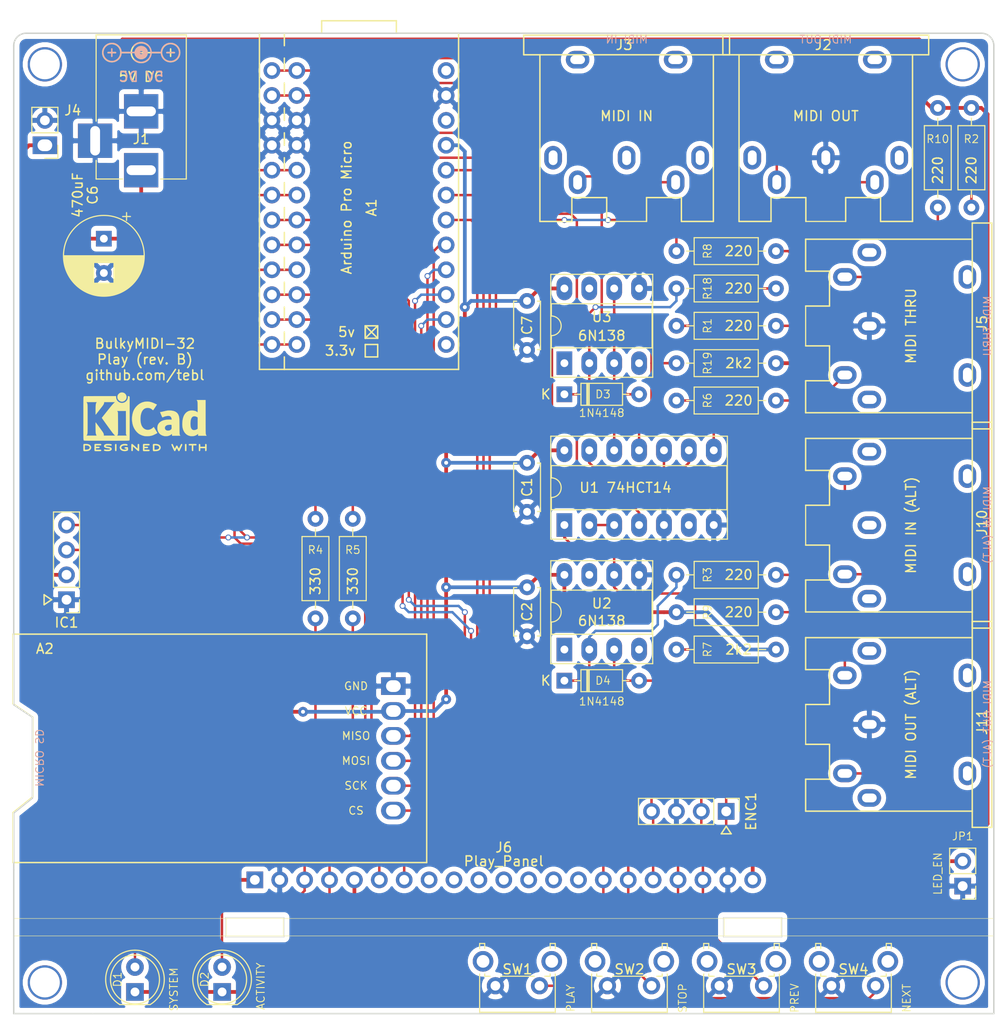
<source format=kicad_pcb>
(kicad_pcb (version 20171130) (host pcbnew "(5.1.8)-1")
  (layers (0 F.Cu signal) (31 B.Cu signal) (34 B.Paste user) (35 F.Paste user) (36 B.SilkS user) (37 F.SilkS user) (38 B.Mask user) (39 F.Mask user) (44 Edge.Cuts user))
  (net 0 "")
  (net 1 GND)
  (net 2 +5V)
  (net 3 "Net-(J2-Pad5)")
  (net 4 "Net-(J2-Pad4)")
  (net 5 "Net-(J5-Pad5)")
  (net 6 "Net-(J5-Pad4)")
  (net 7 "Net-(J10-Pad4)")
  (net 8 "Net-(J11-Pad5)")
  (net 9 "Net-(J11-Pad4)")
  (net 10 MIDI_OUT)
  (net 11 "Net-(R7-Pad2)")
  (net 12 "Net-(D3-Pad1)")
  (net 13 "Net-(D3-Pad2)")
  (net 14 "Net-(J3-Pad4)")
  (net 15 "Net-(R19-Pad2)")
  (net 16 "Net-(U1-Pad10)")
  (net 17 MIDI_IN)
  (net 18 "Net-(D4-Pad2)")
  (net 19 "Net-(A1-Pad12)")
  (net 20 /STOP)
  (net 21 /PLAY)
  (net 22 "Net-(A1-Pad9)")
  (net 23 MIDI_IN2)
  (net 24 MIDI_OUT2)
  (net 25 /SCL)
  (net 26 /SDA)
  (net 27 /MOSI)
  (net 28 /MISO)
  (net 29 /SCK)
  (net 30 /CS_SD)
  (net 31 /RE_BTN)
  (net 32 /RE_CLK)
  (net 33 /RE_DAT)
  (net 34 /SYS)
  (net 35 /COM)
  (net 36 /ACT)
  (net 37 "Net-(D4-Pad1)")
  (net 38 MIDI_THRU)
  (net 39 "Net-(U1-Pad2)")
  (module resistor:R_Axial_DIN0207_L6.3mm_D2.5mm_P10.16mm_Horizontal (layer F.Cu) (at 147.955 84.455 180)
    (fp_text reference R1 (at 6.985 0 90) (layer F.SilkS) (effects (font (size 0.8 0.8) (thickness 0.1))))
    (fp_text value 220 (at 3.81 0) (layer F.SilkS))
    (pad 2 thru_hole oval (at 10.16 0 180) (size 1.6 1.6) (drill 0.8) (layers *.Cu *.Mask) (net 10 MIDI_OUT))
    (pad 1 thru_hole circle (at 0 0 180) (size 1.6 1.6) (drill 0.8) (layers *.Cu *.Mask) (net 3 "Net-(J2-Pad5)"))
  )
  (module resistor:R_Axial_DIN0207_L6.3mm_D2.5mm_P10.16mm_Horizontal (layer F.Cu) (at 167.894 62.23 270)
    (fp_text reference R2 (at 3.175 0) (layer F.SilkS) (effects (font (size 0.8 0.8) (thickness 0.1))))
    (fp_text value 220 (at 6.35 0 90) (layer F.SilkS))
    (pad 2 thru_hole oval (at 10.16 0 270) (size 1.6 1.6) (drill 0.8) (layers *.Cu *.Mask) (net 4 "Net-(J2-Pad4)"))
    (pad 1 thru_hole circle (at 0 0 270) (size 1.6 1.6) (drill 0.8) (layers *.Cu *.Mask) (net 2 +5V))
  )
  (module resistor:R_Axial_DIN0207_L6.3mm_D2.5mm_P10.16mm_Horizontal (layer F.Cu) (at 137.795 109.855)
    (fp_text reference R3 (at 3.175 0 90) (layer F.SilkS) (effects (font (size 0.8 0.8) (thickness 0.1))))
    (fp_text value 220 (at 6.35 0) (layer F.SilkS))
    (pad 2 thru_hole oval (at 10.16 0) (size 1.6 1.6) (drill 0.8) (layers *.Cu *.Mask) (net 7 "Net-(J10-Pad4)"))
    (pad 1 thru_hole circle (at 0 0) (size 1.6 1.6) (drill 0.8) (layers *.Cu *.Mask) (net 37 "Net-(D4-Pad1)"))
  )
  (module resistor:R_Axial_DIN0207_L6.3mm_D2.5mm_P10.16mm_Horizontal (layer F.Cu) (at 100.965 104.14 270)
    (fp_text reference R4 (at 3.175 0) (layer F.SilkS) (effects (font (size 0.8 0.8) (thickness 0.1))))
    (fp_text value 330 (at 6.35 0 90) (layer F.SilkS))
    (pad 2 thru_hole oval (at 10.16 0 270) (size 1.6 1.6) (drill 0.8) (layers *.Cu *.Mask) (net 34 /SYS))
    (pad 1 thru_hole circle (at 0 0 270) (size 1.6 1.6) (drill 0.8) (layers *.Cu *.Mask) (net 22 "Net-(A1-Pad9)"))
  )
  (module resistor:R_Axial_DIN0207_L6.3mm_D2.5mm_P10.16mm_Horizontal (layer F.Cu) (at 104.775 104.14 270)
    (fp_text reference R5 (at 3.175 0) (layer F.SilkS) (effects (font (size 0.8 0.8) (thickness 0.1))))
    (fp_text value 330 (at 6.35 0 90) (layer F.SilkS))
    (pad 2 thru_hole oval (at 10.16 0 270) (size 1.6 1.6) (drill 0.8) (layers *.Cu *.Mask) (net 36 /ACT))
    (pad 1 thru_hole circle (at 0 0 270) (size 1.6 1.6) (drill 0.8) (layers *.Cu *.Mask) (net 19 "Net-(A1-Pad12)"))
  )
  (module resistor:R_Axial_DIN0207_L6.3mm_D2.5mm_P10.16mm_Horizontal (layer F.Cu) (at 147.955 92.075 180)
    (fp_text reference R6 (at 6.985 0 90) (layer F.SilkS) (effects (font (size 0.8 0.8) (thickness 0.1))))
    (fp_text value 220 (at 3.81 0) (layer F.SilkS))
    (pad 2 thru_hole oval (at 10.16 0 180) (size 1.6 1.6) (drill 0.8) (layers *.Cu *.Mask) (net 38 MIDI_THRU))
    (pad 1 thru_hole circle (at 0 0 180) (size 1.6 1.6) (drill 0.8) (layers *.Cu *.Mask) (net 5 "Net-(J5-Pad5)"))
  )
  (module resistor:R_Axial_DIN0207_L6.3mm_D2.5mm_P10.16mm_Horizontal (layer F.Cu) (at 147.955 117.475 180)
    (fp_text reference R7 (at 6.985 0 90) (layer F.SilkS) (effects (font (size 0.8 0.8) (thickness 0.1))))
    (fp_text value 2k2 (at 3.81 0) (layer F.SilkS))
    (pad 2 thru_hole oval (at 10.16 0 180) (size 1.6 1.6) (drill 0.8) (layers *.Cu *.Mask) (net 11 "Net-(R7-Pad2)"))
    (pad 1 thru_hole circle (at 0 0 180) (size 1.6 1.6) (drill 0.8) (layers *.Cu *.Mask) (net 2 +5V))
  )
  (module resistor:R_Axial_DIN0207_L6.3mm_D2.5mm_P10.16mm_Horizontal (layer F.Cu) (at 147.955 76.835 180)
    (fp_text reference R8 (at 6.985 0 90) (layer F.SilkS) (effects (font (size 0.8 0.8) (thickness 0.1))))
    (fp_text value 220 (at 3.81 0) (layer F.SilkS))
    (pad 2 thru_hole oval (at 10.16 0 180) (size 1.6 1.6) (drill 0.8) (layers *.Cu *.Mask) (net 24 MIDI_OUT2))
    (pad 1 thru_hole circle (at 0 0 180) (size 1.6 1.6) (drill 0.8) (layers *.Cu *.Mask) (net 8 "Net-(J11-Pad5)"))
  )
  (module resistor:R_Axial_DIN0207_L6.3mm_D2.5mm_P10.16mm_Horizontal (layer F.Cu) (at 137.795 113.665)
    (fp_text reference R9 (at 3.175 0 90) (layer F.SilkS) (effects (font (size 0.8 0.8) (thickness 0.1))))
    (fp_text value 220 (at 6.35 0) (layer F.SilkS))
    (pad 2 thru_hole oval (at 10.16 0) (size 1.6 1.6) (drill 0.8) (layers *.Cu *.Mask) (net 9 "Net-(J11-Pad4)"))
    (pad 1 thru_hole circle (at 0 0) (size 1.6 1.6) (drill 0.8) (layers *.Cu *.Mask) (net 2 +5V))
  )
  (module resistor:R_Axial_DIN0207_L6.3mm_D2.5mm_P10.16mm_Horizontal (layer F.Cu) (at 164.465 62.23 270)
    (fp_text reference R10 (at 3.175 0) (layer F.SilkS) (effects (font (size 0.8 0.8) (thickness 0.1))))
    (fp_text value 220 (at 6.35 0 90) (layer F.SilkS))
    (pad 2 thru_hole oval (at 10.16 0 270) (size 1.6 1.6) (drill 0.8) (layers *.Cu *.Mask) (net 6 "Net-(J5-Pad4)"))
    (pad 1 thru_hole circle (at 0 0 270) (size 1.6 1.6) (drill 0.8) (layers *.Cu *.Mask) (net 2 +5V))
  )
  (module resistor:R_Axial_DIN0207_L6.3mm_D2.5mm_P10.16mm_Horizontal (layer F.Cu) (at 137.795 80.645)
    (fp_text reference R18 (at 3.175 0 90) (layer F.SilkS) (effects (font (size 0.8 0.8) (thickness 0.1))))
    (fp_text value 220 (at 6.35 0) (layer F.SilkS))
    (pad 2 thru_hole oval (at 10.16 0) (size 1.6 1.6) (drill 0.8) (layers *.Cu *.Mask) (net 14 "Net-(J3-Pad4)"))
    (pad 1 thru_hole circle (at 0 0) (size 1.6 1.6) (drill 0.8) (layers *.Cu *.Mask) (net 12 "Net-(D3-Pad1)"))
  )
  (module resistor:R_Axial_DIN0207_L6.3mm_D2.5mm_P10.16mm_Horizontal (layer F.Cu) (at 147.955 88.265 180)
    (fp_text reference R19 (at 6.985 0 90) (layer F.SilkS) (effects (font (size 0.8 0.8) (thickness 0.1))))
    (fp_text value 2k2 (at 3.81 0) (layer F.SilkS))
    (pad 2 thru_hole oval (at 10.16 0 180) (size 1.6 1.6) (drill 0.8) (layers *.Cu *.Mask) (net 15 "Net-(R19-Pad2)"))
    (pad 1 thru_hole circle (at 0 0 180) (size 1.6 1.6) (drill 0.8) (layers *.Cu *.Mask) (net 2 +5V))
  )
  (module Capacitor_THT:C_Disc_D4.7mm_W2.5mm_P5.00mm (layer F.Cu) (at 122.555 98.425 270)
    (fp_text reference C1 (at 2.5 0 90) (layer F.SilkS))
    (fp_text value 100nF)
    (pad 1 thru_hole circle (at 0 0 270) (size 1.6 1.6) (drill 0.8) (layers *.Cu *.Mask) (net 2 +5V))
    (pad 2 thru_hole circle (at 5 0 270) (size 1.6 1.6) (drill 0.8) (layers *.Cu *.Mask) (net 1 GND))
  )
  (module BulkyMIDI-32:DIN5_MIDI (layer F.Cu) (at 132.715 67.31 180)
    (fp_text reference J3 (at 0.25 11.5 180) (layer F.SilkS))
    (fp_text value "MIDI IN" (at 0 4.25 180) (layer F.SilkS))
    (pad 2 thru_hole oval (at 0 0 180) (size 1.8 2.4) (drill oval 0.9 1.5) (layers *.Cu *.Mask))
    (pad "" np_thru_hole oval (at 5 10 180) (size 2.4 1.8) (drill oval 1.5 0.9) (layers *.Cu *.Mask))
    (pad "" np_thru_hole oval (at -5 10 180) (size 2.4 1.8) (drill oval 1.5 0.9) (layers *.Cu *.Mask))
    (pad 1 thru_hole oval (at 7.5 0 180) (size 1.8 2.4) (drill oval 0.9 1.5) (layers *.Cu *.Mask))
    (pad 3 thru_hole oval (at -7.5 0 180) (size 1.8 2.4) (drill oval 0.9 1.5) (layers *.Cu *.Mask))
    (pad 4 thru_hole oval (at 5 -2.5 180) (size 1.8 2.4) (drill oval 0.9 1.5) (layers *.Cu *.Mask) (net 14 "Net-(J3-Pad4)"))
    (pad 5 thru_hole oval (at -5 -2.5 180) (size 1.8 2.4) (drill oval 0.9 1.5) (layers *.Cu *.Mask) (net 13 "Net-(D3-Pad2)"))
  )
  (module BulkyMIDI-32:DIN5_MIDI (layer F.Cu) (at 153.035 67.31 180)
    (fp_text reference J2 (at 0.25 11.5 180) (layer F.SilkS))
    (fp_text value "MIDI OUT" (at 0 4.25 180) (layer F.SilkS))
    (pad 2 thru_hole oval (at 0 0 180) (size 1.8 2.4) (drill oval 0.9 1.5) (layers *.Cu *.Mask) (net 1 GND))
    (pad "" np_thru_hole oval (at 5 10 180) (size 2.4 1.8) (drill oval 1.5 0.9) (layers *.Cu *.Mask))
    (pad "" np_thru_hole oval (at -5 10 180) (size 2.4 1.8) (drill oval 1.5 0.9) (layers *.Cu *.Mask))
    (pad 1 thru_hole oval (at 7.5 0 180) (size 1.8 2.4) (drill oval 0.9 1.5) (layers *.Cu *.Mask))
    (pad 3 thru_hole oval (at -7.5 0 180) (size 1.8 2.4) (drill oval 0.9 1.5) (layers *.Cu *.Mask))
    (pad 4 thru_hole oval (at 5 -2.5 180) (size 1.8 2.4) (drill oval 0.9 1.5) (layers *.Cu *.Mask) (net 4 "Net-(J2-Pad4)"))
    (pad 5 thru_hole oval (at -5 -2.5 180) (size 1.8 2.4) (drill oval 0.9 1.5) (layers *.Cu *.Mask) (net 3 "Net-(J2-Pad5)"))
  )
  (module BulkyMIDI-32:PWR_Specification (layer F.Cu) (at 83.185 56.515)
    (fp_text reference SYM1 hide)
    (fp_text value DC_5V)
    (fp_text user + (at -3 0 180) (layer B.SilkS))
    (fp_text user - (at 3 0 180) (layer B.SilkS))
    (fp_text user - (at -3 0) (layer F.SilkS))
    (fp_text user + (at 3 0) (layer F.SilkS))
  )
  (module mounting:M3 (layer F.Cu) (at 73.355 151.435)
    (fp_text reference M1 hide)
    (fp_text value Mounting hide)
    (pad "" np_thru_hole circle (at 0 0) (size 3.5 3.5) (drill 3.048) (layers *.Cu *.Mask))
  )
  (module mounting:M3 (layer F.Cu) (at 167.005 57.785)
    (fp_text reference M3 hide)
    (fp_text value Mounting hide)
    (pad "" np_thru_hole circle (at 0 0) (size 3.5 3.5) (drill 3.048) (layers *.Cu *.Mask))
  )
  (module mounting:M3 (layer F.Cu) (at 73.355 57.785)
    (fp_text reference M4 hide)
    (fp_text value Mounting hide)
    (pad "" np_thru_hole circle (at 0 0) (size 3.5 3.5) (drill 3.048) (layers *.Cu *.Mask))
  )
  (module Symbols:KiCad-Logo2_6mm_SilkScreen (layer F.Cu) (at 83.566 94.234)
    (fp_text reference REF*** hide)
    (fp_text value KiCad-Logo2_6mm_SilkScreen hide)
  )
  (module Connectors:BARREL_JACK (layer F.Cu) (at 83.185 68.58 270)
    (fp_text reference J1 (at -3.175 0) (layer F.SilkS))
    (fp_text value "DC IN")
    (pad 3 thru_hole rect (at -3 4.7 270) (size 3.5 3.5) (drill oval 3 1) (layers *.Cu *.Mask) (net 1 GND))
    (pad 2 thru_hole rect (at -6 0 270) (size 3.5 3.5) (drill oval 1 3) (layers *.Cu *.Mask) (net 1 GND))
    (pad 1 thru_hole rect (at 0 0 270) (size 3.5 3.5) (drill oval 1 3) (layers *.Cu *.Mask) (net 2 +5V))
  )
  (module Capacitor_THT:CP_Radial_D8.0mm_P3.50mm (layer F.Cu) (at 79.375 75.565 270)
    (fp_text reference C6 (at -4.445 1.143 90) (layer F.SilkS))
    (fp_text value 470uF (at -4.445 2.667 90) (layer F.SilkS))
    (pad 1 thru_hole rect (at 0 0 270) (size 1.6 1.6) (drill 0.8) (layers *.Cu *.Mask) (net 2 +5V))
    (pad 2 thru_hole circle (at 3.5 0 270) (size 1.6 1.6) (drill 0.8) (layers *.Cu *.Mask) (net 1 GND))
  )
  (module BulkyMIDI-32:DIN5_MIDI (layer F.Cu) (at 157.48 84.471 90)
    (fp_text reference J5 (at 0.25 11.5 -90) (layer F.SilkS))
    (fp_text value "MIDI THRU" (at 0 4.25 -90) (layer F.SilkS))
    (pad 2 thru_hole oval (at 0 0 90) (size 1.8 2.4) (drill oval 0.9 1.5) (layers *.Cu *.Mask) (net 1 GND))
    (pad "" np_thru_hole oval (at 5 10 90) (size 2.4 1.8) (drill oval 1.5 0.9) (layers *.Cu *.Mask))
    (pad "" np_thru_hole oval (at -5 10 90) (size 2.4 1.8) (drill oval 1.5 0.9) (layers *.Cu *.Mask))
    (pad 1 thru_hole oval (at 7.5 0 90) (size 1.8 2.4) (drill oval 0.9 1.5) (layers *.Cu *.Mask))
    (pad 3 thru_hole oval (at -7.5 0 90) (size 1.8 2.4) (drill oval 0.9 1.5) (layers *.Cu *.Mask))
    (pad 4 thru_hole oval (at 5 -2.5 90) (size 1.8 2.4) (drill oval 0.9 1.5) (layers *.Cu *.Mask) (net 6 "Net-(J5-Pad4)"))
    (pad 5 thru_hole oval (at -5 -2.5 90) (size 1.8 2.4) (drill oval 0.9 1.5) (layers *.Cu *.Mask) (net 5 "Net-(J5-Pad5)"))
  )
  (module BulkyMIDI-32:DIN5_MIDI (layer F.Cu) (at 157.48 104.791 90)
    (fp_text reference J10 (at 0.25 11.5 -90) (layer F.SilkS))
    (fp_text value "MIDI IN (ALT)" (at 0 4.25 -90) (layer F.SilkS))
    (pad 5 thru_hole oval (at -5 -2.5 90) (size 1.8 2.4) (drill oval 0.9 1.5) (layers *.Cu *.Mask) (net 18 "Net-(D4-Pad2)"))
    (pad 4 thru_hole oval (at 5 -2.5 90) (size 1.8 2.4) (drill oval 0.9 1.5) (layers *.Cu *.Mask) (net 7 "Net-(J10-Pad4)"))
    (pad 3 thru_hole oval (at -7.5 0 90) (size 1.8 2.4) (drill oval 0.9 1.5) (layers *.Cu *.Mask))
    (pad 1 thru_hole oval (at 7.5 0 90) (size 1.8 2.4) (drill oval 0.9 1.5) (layers *.Cu *.Mask))
    (pad "" np_thru_hole oval (at -5 10 90) (size 2.4 1.8) (drill oval 1.5 0.9) (layers *.Cu *.Mask))
    (pad "" np_thru_hole oval (at 5 10 90) (size 2.4 1.8) (drill oval 1.5 0.9) (layers *.Cu *.Mask))
    (pad 2 thru_hole oval (at 0 0 90) (size 1.8 2.4) (drill oval 0.9 1.5) (layers *.Cu *.Mask))
  )
  (module BulkyMIDI-32:DIN5_MIDI (layer F.Cu) (at 157.48 125.111 90)
    (fp_text reference J11 (at 0.25 11.5 -90) (layer F.SilkS))
    (fp_text value "MIDI OUT (ALT)" (at 0 4.25 -90) (layer F.SilkS))
    (pad 5 thru_hole oval (at -5 -2.5 90) (size 1.8 2.4) (drill oval 0.9 1.5) (layers *.Cu *.Mask) (net 8 "Net-(J11-Pad5)"))
    (pad 4 thru_hole oval (at 5 -2.5 90) (size 1.8 2.4) (drill oval 0.9 1.5) (layers *.Cu *.Mask) (net 9 "Net-(J11-Pad4)"))
    (pad 3 thru_hole oval (at -7.5 0 90) (size 1.8 2.4) (drill oval 0.9 1.5) (layers *.Cu *.Mask))
    (pad 1 thru_hole oval (at 7.5 0 90) (size 1.8 2.4) (drill oval 0.9 1.5) (layers *.Cu *.Mask))
    (pad "" np_thru_hole oval (at -5 10 90) (size 2.4 1.8) (drill oval 1.5 0.9) (layers *.Cu *.Mask))
    (pad "" np_thru_hole oval (at 5 10 90) (size 2.4 1.8) (drill oval 1.5 0.9) (layers *.Cu *.Mask))
    (pad 2 thru_hole oval (at 0 0 90) (size 1.8 2.4) (drill oval 0.9 1.5) (layers *.Cu *.Mask) (net 1 GND))
  )
  (module Diode_THT:D_DO-35_SOD27_P7.62mm_Horizontal (layer F.Cu) (at 126.365 91.44)
    (fp_text reference D3 (at 3.937 0) (layer F.SilkS) (effects (font (size 0.8 0.8) (thickness 0.1))))
    (fp_text value 1N4148 (at 3.81 1.905) (layer F.SilkS) (effects (font (size 0.8 0.8) (thickness 0.1))))
    (fp_text user K (at -1.905 0) (layer F.SilkS))
    (pad 1 thru_hole rect (at 0 0) (size 1.6 1.6) (drill 0.8) (layers *.Cu *.Mask) (net 12 "Net-(D3-Pad1)"))
    (pad 2 thru_hole oval (at 7.62 0) (size 1.6 1.6) (drill 0.8) (layers *.Cu *.Mask) (net 13 "Net-(D3-Pad2)"))
  )
  (module mounting:M3 (layer F.Cu) (at 167.005 151.435)
    (fp_text reference M2 hide)
    (fp_text value Mounting hide)
    (pad "" np_thru_hole circle (at 0 0) (size 3.5 3.5) (drill 3.048) (layers *.Cu *.Mask))
  )
  (module Package_DIP:DIP-8_W7.62mm_Socket_LongPads (layer F.Cu) (at 126.365 88.265 90)
    (fp_text reference U3 (at 4.699 3.81 180) (layer F.SilkS))
    (fp_text value 6N138 (at 2.794 3.81 180) (layer F.SilkS))
    (pad 1 thru_hole rect (at 0 0 90) (size 2.4 1.6) (drill 0.8) (layers *.Cu *.Mask))
    (pad 5 thru_hole oval (at 7.62 7.62 90) (size 2.4 1.6) (drill 0.8) (layers *.Cu *.Mask) (net 1 GND))
    (pad 2 thru_hole oval (at 0 2.54 90) (size 2.4 1.6) (drill 0.8) (layers *.Cu *.Mask) (net 12 "Net-(D3-Pad1)"))
    (pad 6 thru_hole oval (at 7.62 5.08 90) (size 2.4 1.6) (drill 0.8) (layers *.Cu *.Mask) (net 15 "Net-(R19-Pad2)"))
    (pad 3 thru_hole oval (at 0 5.08 90) (size 2.4 1.6) (drill 0.8) (layers *.Cu *.Mask) (net 13 "Net-(D3-Pad2)"))
    (pad 7 thru_hole oval (at 7.62 2.54 90) (size 2.4 1.6) (drill 0.8) (layers *.Cu *.Mask))
    (pad 4 thru_hole oval (at 0 7.62 90) (size 2.4 1.6) (drill 0.8) (layers *.Cu *.Mask))
    (pad 8 thru_hole oval (at 7.62 0 90) (size 2.4 1.6) (drill 0.8) (layers *.Cu *.Mask) (net 2 +5V))
  )
  (module Capacitor_THT:C_Disc_D4.7mm_W2.5mm_P5.00mm (layer F.Cu) (at 122.555 81.915 270)
    (fp_text reference C7 (at 2.5 0 90) (layer F.SilkS))
    (fp_text value 100nF)
    (pad 1 thru_hole circle (at 0 0 270) (size 1.6 1.6) (drill 0.8) (layers *.Cu *.Mask) (net 2 +5V))
    (pad 2 thru_hole circle (at 5 0 270) (size 1.6 1.6) (drill 0.8) (layers *.Cu *.Mask) (net 1 GND))
  )
  (module arduino_pro_micro:Arduino_Pro_Micro (layer F.Cu) (at 105.41 72.39)
    (fp_text reference A1 (at 1.27 0 90) (layer F.SilkS))
    (fp_text value "Arduino Pro Micro" (at -1.27 0 90) (layer F.SilkS))
    (fp_text user 3.3v (at -1.905 14.605) (layer F.SilkS))
    (fp_text user 5v (at -1.27 12.7) (layer F.SilkS))
    (pad 12 thru_hole circle (at -6.35 13.97) (size 1.7 1.7) (drill 1) (layers *.Cu *.Mask) (net 19 "Net-(A1-Pad12)"))
    (pad 11 thru_hole circle (at -6.35 11.43) (size 1.7 1.7) (drill 1) (layers *.Cu *.Mask) (net 20 /STOP))
    (pad 10 thru_hole circle (at -6.35 8.89) (size 1.7 1.7) (drill 1) (layers *.Cu *.Mask) (net 21 /PLAY))
    (pad 9 thru_hole circle (at -6.35 6.35) (size 1.7 1.7) (drill 1) (layers *.Cu *.Mask) (net 22 "Net-(A1-Pad9)"))
    (pad 8 thru_hole circle (at -6.35 3.81) (size 1.7 1.7) (drill 1) (layers *.Cu *.Mask) (net 23 MIDI_IN2))
    (pad 7 thru_hole circle (at -6.35 1.27) (size 1.7 1.7) (drill 1) (layers *.Cu *.Mask) (net 24 MIDI_OUT2))
    (pad 6 thru_hole circle (at -6.35 -1.27) (size 1.7 1.7) (drill 1) (layers *.Cu *.Mask) (net 25 /SCL))
    (pad 5 thru_hole circle (at -6.35 -3.81) (size 1.7 1.7) (drill 1) (layers *.Cu *.Mask) (net 26 /SDA))
    (pad 4 thru_hole circle (at -6.35 -6.35) (size 1.7 1.7) (drill 1) (layers *.Cu *.Mask) (net 1 GND))
    (pad 3 thru_hole circle (at -6.35 -8.89) (size 1.7 1.7) (drill 1) (layers *.Cu *.Mask) (net 1 GND))
    (pad 2 thru_hole circle (at -6.35 -11.43) (size 1.7 1.7) (drill 1) (layers *.Cu *.Mask) (net 17 MIDI_IN))
    (pad 1 thru_hole circle (at -6.35 -13.97) (size 1.7 1.7) (drill 1) (layers *.Cu *.Mask) (net 10 MIDI_OUT))
    (pad 2 thru_hole circle (at -8.89 -11.43) (size 1.7 1.7) (drill 1) (layers *.Cu *.Mask) (net 17 MIDI_IN))
    (pad 3 thru_hole circle (at -8.89 -8.89) (size 1.7 1.7) (drill 1) (layers *.Cu *.Mask) (net 1 GND))
    (pad 4 thru_hole circle (at -8.89 -6.35) (size 1.7 1.7) (drill 1) (layers *.Cu *.Mask) (net 1 GND))
    (pad 5 thru_hole circle (at -8.89 -3.81) (size 1.7 1.7) (drill 1) (layers *.Cu *.Mask) (net 26 /SDA))
    (pad 6 thru_hole circle (at -8.89 -1.27) (size 1.7 1.7) (drill 1) (layers *.Cu *.Mask) (net 25 /SCL))
    (pad 7 thru_hole circle (at -8.89 1.27) (size 1.7 1.7) (drill 1) (layers *.Cu *.Mask) (net 24 MIDI_OUT2))
    (pad 8 thru_hole circle (at -8.89 3.81) (size 1.7 1.7) (drill 1) (layers *.Cu *.Mask) (net 23 MIDI_IN2))
    (pad 9 thru_hole circle (at -8.89 6.35) (size 1.7 1.7) (drill 1) (layers *.Cu *.Mask) (net 22 "Net-(A1-Pad9)"))
    (pad 10 thru_hole circle (at -8.89 8.89) (size 1.7 1.7) (drill 1) (layers *.Cu *.Mask) (net 21 /PLAY))
    (pad 11 thru_hole circle (at -8.89 11.43) (size 1.7 1.7) (drill 1) (layers *.Cu *.Mask) (net 20 /STOP))
    (pad 12 thru_hole circle (at -8.89 13.97) (size 1.7 1.7) (drill 1) (layers *.Cu *.Mask) (net 19 "Net-(A1-Pad12)"))
    (pad 13 thru_hole circle (at 8.89 13.97) (size 1.7 1.7) (drill 1) (layers *.Cu *.Mask))
    (pad 14 thru_hole circle (at 8.89 11.43) (size 1.7 1.7) (drill 1) (layers *.Cu *.Mask) (net 27 /MOSI))
    (pad 15 thru_hole circle (at 8.89 8.89) (size 1.7 1.7) (drill 1) (layers *.Cu *.Mask) (net 28 /MISO))
    (pad 16 thru_hole circle (at 8.89 6.35) (size 1.7 1.7) (drill 1) (layers *.Cu *.Mask) (net 29 /SCK))
    (pad 17 thru_hole circle (at 8.89 3.81) (size 1.7 1.7) (drill 1) (layers *.Cu *.Mask) (net 30 /CS_SD))
    (pad 18 thru_hole circle (at 8.89 1.27) (size 1.7 1.7) (drill 1) (layers *.Cu *.Mask) (net 31 /RE_BTN))
    (pad 19 thru_hole circle (at 8.89 -1.27) (size 1.7 1.7) (drill 1) (layers *.Cu *.Mask) (net 32 /RE_CLK))
    (pad 20 thru_hole circle (at 8.89 -3.81) (size 1.7 1.7) (drill 1) (layers *.Cu *.Mask) (net 33 /RE_DAT))
    (pad 21 thru_hole circle (at 8.89 -6.35) (size 1.7 1.7) (drill 1) (layers *.Cu *.Mask) (net 2 +5V))
    (pad 22 thru_hole circle (at 8.89 -8.89) (size 1.7 1.7) (drill 1) (layers *.Cu *.Mask))
    (pad 23 thru_hole circle (at 8.89 -11.43) (size 1.7 1.7) (drill 1) (layers *.Cu *.Mask) (net 1 GND))
    (pad 24 thru_hole circle (at 8.89 -13.97) (size 1.7 1.7) (drill 1) (layers *.Cu *.Mask))
    (pad 1 thru_hole circle (at -8.89 -13.97) (size 1.7 1.7) (drill 1) (layers *.Cu *.Mask) (net 10 MIDI_OUT))
  )
  (module sd_card_adapter:MicroSD_Card_Adapter (layer F.Cu) (at 108.915 127.555)
    (fp_text reference A2 (at -35.56 -10.16) (layer F.SilkS))
    (fp_text value SD)
    (fp_text user CS (at -3.81 6.35) (layer F.SilkS) (effects (font (size 0.8 0.8) (thickness 0.11))))
    (fp_text user SCK (at -3.81 3.81) (layer F.SilkS) (effects (font (size 0.8 0.8) (thickness 0.11))))
    (fp_text user MOSI (at -3.81 1.27) (layer F.SilkS) (effects (font (size 0.8 0.8) (thickness 0.11))))
    (fp_text user MISO (at -3.81 -1.27) (layer F.SilkS) (effects (font (size 0.8 0.8) (thickness 0.11))))
    (fp_text user VCC (at -3.81 -3.81) (layer F.SilkS) (effects (font (size 0.8 0.8) (thickness 0.11))))
    (fp_text user GND (at -3.81 -6.35) (layer F.SilkS) (effects (font (size 0.8 0.8) (thickness 0.11))))
    (pad 1 thru_hole oval (at 0 6.35) (size 2.5 1.8) (drill oval 1.5 1.2) (layers *.Cu *.Mask) (net 30 /CS_SD))
    (pad 2 thru_hole oval (at 0 3.81) (size 2.5 1.8) (drill oval 1.5 1.2) (layers *.Cu *.Mask) (net 29 /SCK))
    (pad 3 thru_hole oval (at 0 1.27) (size 2.5 1.8) (drill oval 1.5 1.2) (layers *.Cu *.Mask) (net 27 /MOSI))
    (pad 4 thru_hole oval (at 0 -1.27) (size 2.5 1.8) (drill oval 1.5 1.2) (layers *.Cu *.Mask) (net 28 /MISO))
    (pad 5 thru_hole oval (at 0 -3.81) (size 2.5 1.8) (drill oval 1.5 1.2) (layers *.Cu *.Mask) (net 2 +5V))
    (pad 6 thru_hole rect (at 0 -6.35) (size 2.5 1.8) (drill oval 1.5 1.2) (layers *.Cu *.Mask) (net 1 GND))
  )
  (module Capacitor_THT:C_Disc_D4.7mm_W2.5mm_P5.00mm (layer F.Cu) (at 122.555 111.125 270)
    (fp_text reference C2 (at 2.5 0 90) (layer F.SilkS))
    (fp_text value 100nF)
    (pad 1 thru_hole circle (at 0 0 270) (size 1.6 1.6) (drill 0.8) (layers *.Cu *.Mask) (net 2 +5V))
    (pad 2 thru_hole circle (at 5 0 270) (size 1.6 1.6) (drill 0.8) (layers *.Cu *.Mask) (net 1 GND))
  )
  (module LED_THT:LED_D5.0mm (layer F.Cu) (at 82.55 152.4 90)
    (fp_text reference D1 (at 1.27 -1.778 90) (layer F.SilkS) (effects (font (size 0.8 0.8) (thickness 0.1))))
    (fp_text value SYSTEM (at -2.032 3.96 90) (layer F.SilkS) (effects (font (size 0.8 0.8) (thickness 0.1)) (justify left)))
    (pad 2 thru_hole circle (at 2.54 0 90) (size 1.8 1.8) (drill 0.9) (layers *.Cu *.Mask) (net 34 /SYS))
    (pad 1 thru_hole rect (at 0 0 90) (size 1.8 1.8) (drill 0.9) (layers *.Cu *.Mask) (net 35 /COM))
  )
  (module LED_THT:LED_D5.0mm (layer F.Cu) (at 91.44 152.4 90)
    (fp_text reference D2 (at 1.27 -1.778 90) (layer F.SilkS) (effects (font (size 0.8 0.8) (thickness 0.1))))
    (fp_text value ACTIVITY (at -1.905 3.937 90) (layer F.SilkS) (effects (font (size 0.8 0.8) (thickness 0.1)) (justify left)))
    (pad 1 thru_hole rect (at 0 0 90) (size 1.8 1.8) (drill 0.9) (layers *.Cu *.Mask) (net 35 /COM))
    (pad 2 thru_hole circle (at 2.54 0 90) (size 1.8 1.8) (drill 0.9) (layers *.Cu *.Mask) (net 36 /ACT))
  )
  (module Diode_THT:D_DO-35_SOD27_P7.62mm_Horizontal (layer F.Cu) (at 126.365 120.65)
    (fp_text reference D4 (at 3.937 0) (layer F.SilkS) (effects (font (size 0.8 0.8) (thickness 0.1))))
    (fp_text value 1N4148 (at 3.81 2.12) (layer F.SilkS) (effects (font (size 0.8 0.8) (thickness 0.1))))
    (fp_text user K (at -1.905 0) (layer F.SilkS))
    (pad 1 thru_hole rect (at 0 0) (size 1.6 1.6) (drill 0.8) (layers *.Cu *.Mask) (net 37 "Net-(D4-Pad1)"))
    (pad 2 thru_hole oval (at 7.62 0) (size 1.6 1.6) (drill 0.8) (layers *.Cu *.Mask) (net 18 "Net-(D4-Pad2)"))
  )
  (module Connector_PinHeader_2.54mm:PinHeader_1x04_P2.54mm_Vertical (layer F.Cu) (at 75.565 112.395 180)
    (fp_text reference IC1 (at 0 -2.33) (layer F.SilkS))
    (fp_text value 0.91_I2C_OLED)
    (pad 1 thru_hole rect (at 0 0 180) (size 1.7 1.7) (drill 1) (layers *.Cu *.Mask) (net 1 GND))
    (pad 2 thru_hole oval (at 0 2.54 180) (size 1.7 1.7) (drill 1) (layers *.Cu *.Mask) (net 2 +5V))
    (pad 3 thru_hole oval (at 0 5.08 180) (size 1.7 1.7) (drill 1) (layers *.Cu *.Mask) (net 25 /SCL))
    (pad 4 thru_hole oval (at 0 7.62 180) (size 1.7 1.7) (drill 1) (layers *.Cu *.Mask) (net 26 /SDA))
  )
  (module BulkyMIDI-32:Conn_Power (layer F.Cu) (at 73.355 66.04 180)
    (fp_text reference J4 (at -2.845 3.556 180) (layer F.SilkS))
    (fp_text value Conn_Power)
    (pad 1 thru_hole rect (at 0 0 180) (size 2.5 1.8) (drill oval 1.5 1.2) (layers *.Cu *.Mask) (net 2 +5V))
    (pad 2 thru_hole oval (at 0 2.54 180) (size 1.7 1.7) (drill 1) (layers *.Cu *.Mask) (net 1 GND))
  )
  (module BulkyMIDI-32:Play_Panel (layer F.Cu) (at 120.18 140.97)
    (fp_text reference J6 (at 0 -3.302 180) (layer F.SilkS))
    (fp_text value Play_Panel (at 0 -1.905) (layer F.SilkS))
    (pad 4 thru_hole oval (at -17.78 0) (size 1.7 1.7) (drill 1) (layers *.Cu *.Mask) (net 36 /ACT))
    (pad 3 thru_hole oval (at -20.32 0) (size 1.7 1.7) (drill 1) (layers *.Cu *.Mask) (net 34 /SYS))
    (pad 2 thru_hole oval (at -22.86 0) (size 1.7 1.7) (drill 1) (layers *.Cu *.Mask) (net 1 GND))
    (pad 1 thru_hole rect (at -25.4 0) (size 1.7 1.7) (drill 1) (layers *.Cu *.Mask) (net 2 +5V))
    (pad 5 thru_hole oval (at -15.24 0) (size 1.7 1.7) (drill 1) (layers *.Cu *.Mask) (net 35 /COM))
    (pad 6 thru_hole oval (at -12.7 0) (size 1.7 1.7) (drill 1) (layers *.Cu *.Mask) (net 26 /SDA))
    (pad 7 thru_hole oval (at -10.16 0) (size 1.7 1.7) (drill 1) (layers *.Cu *.Mask) (net 25 /SCL))
    (pad 8 thru_hole oval (at -7.62 0) (size 1.7 1.7) (drill 1) (layers *.Cu *.Mask))
    (pad 9 thru_hole oval (at -5.08 0) (size 1.7 1.7) (drill 1) (layers *.Cu *.Mask))
    (pad 10 thru_hole oval (at -2.54 0) (size 1.7 1.7) (drill 1) (layers *.Cu *.Mask))
    (pad 11 thru_hole oval (at 0 0) (size 1.7 1.7) (drill 1) (layers *.Cu *.Mask))
    (pad 12 thru_hole oval (at 2.54 0) (size 1.7 1.7) (drill 1) (layers *.Cu *.Mask))
    (pad 13 thru_hole oval (at 5.08 0) (size 1.7 1.7) (drill 1) (layers *.Cu *.Mask))
    (pad 14 thru_hole oval (at 7.62 0) (size 1.7 1.7) (drill 1) (layers *.Cu *.Mask))
    (pad 15 thru_hole oval (at 10.16 0) (size 1.7 1.7) (drill 1) (layers *.Cu *.Mask) (net 21 /PLAY))
    (pad 16 thru_hole oval (at 12.7 0) (size 1.7 1.7) (drill 1) (layers *.Cu *.Mask) (net 20 /STOP))
    (pad 17 thru_hole oval (at 15.24 0) (size 1.7 1.7) (drill 1) (layers *.Cu *.Mask) (net 31 /RE_BTN))
    (pad 18 thru_hole oval (at 17.78 0) (size 1.7 1.7) (drill 1) (layers *.Cu *.Mask) (net 32 /RE_CLK))
    (pad 19 thru_hole oval (at 20.32 0) (size 1.7 1.7) (drill 1) (layers *.Cu *.Mask) (net 33 /RE_DAT))
    (pad 20 thru_hole oval (at 22.86 0) (size 1.7 1.7) (drill 1) (layers *.Cu *.Mask) (net 1 GND))
    (pad 21 thru_hole oval (at 25.4 0) (size 1.7 1.7) (drill 1) (layers *.Cu *.Mask) (net 2 +5V))
  )
  (module Connector_PinHeader_2.54mm:PinHeader_1x02_P2.54mm_Vertical (layer F.Cu) (at 167.005 141.605 180)
    (fp_text reference JP1 (at 0 5.08) (layer F.SilkS) (effects (font (size 0.8 0.8) (thickness 0.1))))
    (fp_text value LED_EN (at 2.54 1.27 90) (layer F.SilkS) (effects (font (size 0.8 0.8) (thickness 0.1))))
    (pad 1 thru_hole rect (at 0 0 180) (size 1.7 1.7) (drill 1) (layers *.Cu *.Mask) (net 1 GND))
    (pad 2 thru_hole oval (at 0 2.54 180) (size 1.7 1.7) (drill 1) (layers *.Cu *.Mask) (net 35 /COM))
  )
  (module Button_Switch_THT:SW_Tactile_SPST_Angled_PTS645Vx39-2LFS (layer F.Cu) (at 123.825 151.77 180)
    (fp_text reference SW1 (at 2.25 1.68) (layer F.SilkS))
    (fp_text value PLAY (at -3.175 -1.265 90) (layer F.SilkS) (effects (font (size 0.8 0.8) (thickness 0.1))))
    (pad "" thru_hole circle (at 5.76 2.49 180) (size 2.1 2.1) (drill 1.3) (layers *.Cu *.Mask))
    (pad 2 thru_hole circle (at 4.5 0 180) (size 1.75 1.75) (drill 0.99) (layers *.Cu *.Mask) (net 1 GND))
    (pad 1 thru_hole circle (at 0 0 180) (size 1.75 1.75) (drill 0.99) (layers *.Cu *.Mask) (net 21 /PLAY))
    (pad "" thru_hole circle (at -1.25 2.49 180) (size 2.1 2.1) (drill 1.3) (layers *.Cu *.Mask))
  )
  (module Button_Switch_THT:SW_Tactile_SPST_Angled_PTS645Vx39-2LFS (layer F.Cu) (at 135.255 151.77 180)
    (fp_text reference SW2 (at 2.25 1.68) (layer F.SilkS))
    (fp_text value STOP (at -3.175 -1.265 90) (layer F.SilkS) (effects (font (size 0.8 0.8) (thickness 0.1))))
    (pad "" thru_hole circle (at -1.25 2.49 180) (size 2.1 2.1) (drill 1.3) (layers *.Cu *.Mask))
    (pad 1 thru_hole circle (at 0 0 180) (size 1.75 1.75) (drill 0.99) (layers *.Cu *.Mask) (net 20 /STOP))
    (pad 2 thru_hole circle (at 4.5 0 180) (size 1.75 1.75) (drill 0.99) (layers *.Cu *.Mask) (net 1 GND))
    (pad "" thru_hole circle (at 5.76 2.49 180) (size 2.1 2.1) (drill 1.3) (layers *.Cu *.Mask))
  )
  (module Button_Switch_THT:SW_Tactile_SPST_Angled_PTS645Vx39-2LFS (layer F.Cu) (at 146.685 151.77 180)
    (fp_text reference SW3 (at 2.25 1.68) (layer F.SilkS))
    (fp_text value PREV (at -3.175 -1.265 90) (layer F.SilkS) (effects (font (size 0.8 0.8) (thickness 0.1))))
    (pad "" thru_hole circle (at -1.25 2.49 180) (size 2.1 2.1) (drill 1.3) (layers *.Cu *.Mask))
    (pad 1 thru_hole circle (at 0 0 180) (size 1.75 1.75) (drill 0.99) (layers *.Cu *.Mask) (net 33 /RE_DAT))
    (pad 2 thru_hole circle (at 4.5 0 180) (size 1.75 1.75) (drill 0.99) (layers *.Cu *.Mask) (net 1 GND))
    (pad "" thru_hole circle (at 5.76 2.49 180) (size 2.1 2.1) (drill 1.3) (layers *.Cu *.Mask))
  )
  (module Button_Switch_THT:SW_Tactile_SPST_Angled_PTS645Vx39-2LFS (layer F.Cu) (at 158.115 151.77 180)
    (fp_text reference SW4 (at 2.25 1.68) (layer F.SilkS))
    (fp_text value NEXT (at -3.175 -1.265 90) (layer F.SilkS) (effects (font (size 0.8 0.8) (thickness 0.1))))
    (pad "" thru_hole circle (at 5.76 2.49 180) (size 2.1 2.1) (drill 1.3) (layers *.Cu *.Mask))
    (pad 2 thru_hole circle (at 4.5 0 180) (size 1.75 1.75) (drill 0.99) (layers *.Cu *.Mask) (net 1 GND))
    (pad 1 thru_hole circle (at 0 0 180) (size 1.75 1.75) (drill 0.99) (layers *.Cu *.Mask) (net 32 /RE_CLK))
    (pad "" thru_hole circle (at -1.25 2.49 180) (size 2.1 2.1) (drill 1.3) (layers *.Cu *.Mask))
  )
  (module Package_DIP:DIP-8_W7.62mm_Socket_LongPads (layer F.Cu) (at 126.365 117.475 90)
    (fp_text reference U2 (at 4.699 3.81 180) (layer F.SilkS))
    (fp_text value 6N138 (at 2.921 3.81 180) (layer F.SilkS))
    (pad 1 thru_hole rect (at 0 0 90) (size 2.4 1.6) (drill 0.8) (layers *.Cu *.Mask))
    (pad 5 thru_hole oval (at 7.62 7.62 90) (size 2.4 1.6) (drill 0.8) (layers *.Cu *.Mask) (net 1 GND))
    (pad 2 thru_hole oval (at 0 2.54 90) (size 2.4 1.6) (drill 0.8) (layers *.Cu *.Mask) (net 37 "Net-(D4-Pad1)"))
    (pad 6 thru_hole oval (at 7.62 5.08 90) (size 2.4 1.6) (drill 0.8) (layers *.Cu *.Mask) (net 11 "Net-(R7-Pad2)"))
    (pad 3 thru_hole oval (at 0 5.08 90) (size 2.4 1.6) (drill 0.8) (layers *.Cu *.Mask) (net 18 "Net-(D4-Pad2)"))
    (pad 7 thru_hole oval (at 7.62 2.54 90) (size 2.4 1.6) (drill 0.8) (layers *.Cu *.Mask))
    (pad 4 thru_hole oval (at 0 7.62 90) (size 2.4 1.6) (drill 0.8) (layers *.Cu *.Mask))
    (pad 8 thru_hole oval (at 7.62 0 90) (size 2.4 1.6) (drill 0.8) (layers *.Cu *.Mask) (net 2 +5V))
  )
  (module Connector_PinHeader_2.54mm:PinHeader_1x04_P2.54mm_Vertical (layer F.Cu) (at 142.875 133.985 270)
    (fp_text reference ENC1 (at 0 -2.54 90) (layer F.SilkS))
    (fp_text value "Rotary Encoder")
    (pad 1 thru_hole rect (at 0 0 270) (size 1.7 1.7) (drill 1) (layers *.Cu *.Mask) (net 33 /RE_DAT))
    (pad 2 thru_hole oval (at 0 2.54 270) (size 1.7 1.7) (drill 1) (layers *.Cu *.Mask) (net 32 /RE_CLK))
    (pad 3 thru_hole oval (at 0 5.08 270) (size 1.7 1.7) (drill 1) (layers *.Cu *.Mask) (net 1 GND))
    (pad 4 thru_hole oval (at 0 7.62 270) (size 1.7 1.7) (drill 1) (layers *.Cu *.Mask) (net 31 /RE_BTN))
  )
  (module Package_DIP:DIP-14_W7.62mm_Socket_LongPads (layer F.Cu) (at 126.365 104.775 90)
    (fp_text reference U1 (at 3.81 2.54 180) (layer F.SilkS))
    (fp_text value 74HCT14 (at 3.81 7.62 180) (layer F.SilkS))
    (pad 1 thru_hole rect (at 0 0 90) (size 2.4 1.6) (drill 0.8) (layers *.Cu *.Mask) (net 11 "Net-(R7-Pad2)"))
    (pad 8 thru_hole oval (at 7.62 15.24 90) (size 2.4 1.6) (drill 0.8) (layers *.Cu *.Mask) (net 38 MIDI_THRU))
    (pad 2 thru_hole oval (at 0 2.54 90) (size 2.4 1.6) (drill 0.8) (layers *.Cu *.Mask) (net 39 "Net-(U1-Pad2)"))
    (pad 9 thru_hole oval (at 7.62 12.7 90) (size 2.4 1.6) (drill 0.8) (layers *.Cu *.Mask) (net 16 "Net-(U1-Pad10)"))
    (pad 3 thru_hole oval (at 0 5.08 90) (size 2.4 1.6) (drill 0.8) (layers *.Cu *.Mask) (net 39 "Net-(U1-Pad2)"))
    (pad 10 thru_hole oval (at 7.62 10.16 90) (size 2.4 1.6) (drill 0.8) (layers *.Cu *.Mask) (net 16 "Net-(U1-Pad10)"))
    (pad 4 thru_hole oval (at 0 7.62 90) (size 2.4 1.6) (drill 0.8) (layers *.Cu *.Mask) (net 23 MIDI_IN2))
    (pad 11 thru_hole oval (at 7.62 7.62 90) (size 2.4 1.6) (drill 0.8) (layers *.Cu *.Mask) (net 15 "Net-(R19-Pad2)"))
    (pad 5 thru_hole oval (at 0 10.16 90) (size 2.4 1.6) (drill 0.8) (layers *.Cu *.Mask) (net 1 GND))
    (pad 12 thru_hole oval (at 7.62 5.08 90) (size 2.4 1.6) (drill 0.8) (layers *.Cu *.Mask) (net 17 MIDI_IN))
    (pad 6 thru_hole oval (at 0 12.7 90) (size 2.4 1.6) (drill 0.8) (layers *.Cu *.Mask))
    (pad 13 thru_hole oval (at 7.62 2.54 90) (size 2.4 1.6) (drill 0.8) (layers *.Cu *.Mask) (net 16 "Net-(U1-Pad10)"))
    (pad 7 thru_hole oval (at 0 15.24 90) (size 2.4 1.6) (drill 0.8) (layers *.Cu *.Mask) (net 1 GND))
    (pad 14 thru_hole oval (at 7.62 0 90) (size 2.4 1.6) (drill 0.8) (layers *.Cu *.Mask) (net 2 +5V))
  )
  (gr_line (start 74.041 112.395) (end 73.279 111.887) (layer F.SilkS) (width 0.15))
  (gr_line (start 73.279 111.887) (end 73.279 112.903) (layer F.SilkS) (width 0.15))
  (gr_line (start 73.279 112.903) (end 74.041 112.395) (layer F.SilkS) (width 0.15))
  (gr_line (start 106.045 84.455) (end 107.315 85.725) (layer F.SilkS) (width 0.15))
  (gr_line (start 106.045 85.725) (end 106.045 84.455) (layer F.SilkS) (width 0.15))
  (gr_line (start 107.315 84.455) (end 106.045 85.725) (layer F.SilkS) (width 0.15))
  (gr_text "BulkyMIDI-32\nPlay (rev. B)\ngithub.com/tebl" (at 83.566 87.884) (layer F.SilkS) (effects (font (size 1 1))))
  (gr_line (start 70.18 134.151) (end 72.085 132.627) (layer Edge.Cuts) (width 0.15))
  (gr_line (start 70.18 123.11) (end 72.085 124.38) (layer Edge.Cuts) (width 0.15))
  (gr_line (start 72.085 124.38) (end 72.085 132.627) (layer Edge.Cuts) (width 0.15))
  (gr_line (start 97.775 144.803) (end 97.775 146.808) (layer Edge.Cuts) (width 0.05))
  (gr_line (start 148.575 144.803) (end 148.575 146.808) (layer Edge.Cuts) (width 0.05))
  (gr_line (start 97.775 146.808) (end 91.775 146.808) (layer Edge.Cuts) (width 0.05))
  (gr_line (start 142.575 144.803) (end 148.575 144.803) (layer Edge.Cuts) (width 0.05))
  (gr_line (start 91.775 146.808) (end 91.775 144.803) (layer Edge.Cuts) (width 0.05))
  (gr_line (start 142.575 146.808) (end 142.575 144.803) (layer Edge.Cuts) (width 0.05))
  (gr_line (start 91.775 144.803) (end 97.775 144.803) (layer Edge.Cuts) (width 0.05))
  (gr_line (start 148.575 146.808) (end 142.575 146.808) (layer Edge.Cuts) (width 0.05))
  (gr_line (start 143.383 136.271) (end 142.875 135.509) (layer F.SilkS) (width 0.15))
  (gr_line (start 142.367 136.271) (end 143.383 136.271) (layer F.SilkS) (width 0.15))
  (gr_line (start 142.875 135.509) (end 142.367 136.271) (layer F.SilkS) (width 0.15))
  (gr_text "MIDI IN" (at 132.731 55.245) (layer B.SilkS) (effects (font (size 0.8 0.8) (thickness 0.1)) (justify mirror)))
  (gr_text "MIDI OUT" (at 153.035 55.245) (layer B.SilkS) (effects (font (size 0.8 0.8) (thickness 0.1)) (justify mirror)))
  (gr_text "MIDI THRU" (at 169.545 84.471 90) (layer B.SilkS) (effects (font (size 0.8 0.8) (thickness 0.1)) (justify mirror)))
  (gr_text "MIDI IN (ALT)" (at 169.545 104.775 90) (layer B.SilkS) (effects (font (size 0.8 0.8) (thickness 0.1)) (justify mirror)))
  (gr_text "MIDI OUT (ALT)" (at 169.545 125.095 90) (layer B.SilkS) (effects (font (size 0.8 0.8) (thickness 0.1)) (justify mirror)))
  (gr_text "MICRO SD" (at 72.771 128.524 270) (layer B.SilkS) (effects (font (size 0.8 0.8) (thickness 0.1)) (justify mirror)))
  (gr_line (start 121.412 54.61) (end 168.91 54.61) (layer Edge.Cuts) (width 0.15))
  (gr_line (start 89.408 54.61) (end 121.412 54.61) (layer Edge.Cuts) (width 0.15))
  (gr_line (start 78.232 154.61) (end 170.18 154.61) (layer Edge.Cuts) (width 0.15))
  (gr_text "5V DC" (at 83.185 59.055) (layer B.SilkS) (effects (font (size 1 1)) (justify mirror)))
  (gr_text "5V DC" (at 83.185 59.055) (layer F.SilkS) (effects (font (size 1 1))))
  (gr_line (start 170.18 78.74) (end 170.18 55.88) (layer Edge.Cuts) (width 0.15))
  (gr_line (start 70.18 55.88) (end 70.18 123.11) (layer Edge.Cuts) (width 0.15))
  (gr_line (start 70.18 139.954) (end 70.18 154.61) (layer Edge.Cuts) (width 0.15))
  (gr_line (start 70.18 139.954) (end 70.18 134.151) (layer Edge.Cuts) (width 0.15))
  (gr_line (start 89.408 54.61) (end 71.45 54.61) (angle 90) (layer Edge.Cuts) (width 0.15))
  (gr_arc (start 71.45 55.88) (end 70.18 55.88) (angle 90) (layer Edge.Cuts) (width 0.15))
  (gr_arc (start 168.91 55.88) (end 168.91 54.61) (angle 90) (layer Edge.Cuts) (width 0.15))
  (gr_line (start 170.18 154.61) (end 170.18 78.74) (angle 90) (layer Edge.Cuts) (width 0.15))
  (gr_line (start 70.18 154.61) (end 78.232 154.61) (angle 90) (layer Edge.Cuts) (width 0.15))
  (segment (start 81.915 75.565) (end 79.375 75.565) (width 0.381) (layer F.Cu) (net 2))
  (segment (start 83.185 74.295) (end 81.915 75.565) (width 0.381) (layer F.Cu) (net 2))
  (segment (start 83.185 68.58) (end 83.185 74.295) (width 0.381) (layer F.Cu) (net 2))
  (segment (start 73.355 66.04) (end 71.755 66.04) (width 0.381) (layer F.Cu) (net 2))
  (segment (start 71.755 66.04) (end 71.12 66.675) (width 0.381) (layer F.Cu) (net 2))
  (segment (start 71.12 66.675) (end 71.12 75.565) (width 0.381) (layer F.Cu) (net 2))
  (segment (start 71.12 75.565) (end 79.375 75.565) (width 0.381) (layer F.Cu) (net 2))
  (segment (start 163.83 62.23) (end 167.894 62.23) (width 0.381) (layer F.Cu) (net 2))
  (segment (start 163.195 61.595) (end 163.83 62.23) (width 0.381) (layer F.Cu) (net 2))
  (segment (start 163.195 55.88) (end 163.195 61.595) (width 0.381) (layer F.Cu) (net 2))
  (segment (start 162.56 55.245) (end 163.195 55.88) (width 0.381) (layer F.Cu) (net 2))
  (segment (start 81.28 55.245) (end 162.56 55.245) (width 0.381) (layer F.Cu) (net 2))
  (segment (start 71.755 60.96) (end 75.565 60.96) (width 0.381) (layer F.Cu) (net 2))
  (segment (start 71.12 61.595) (end 71.755 60.96) (width 0.381) (layer F.Cu) (net 2))
  (segment (start 75.565 60.96) (end 81.28 55.245) (width 0.381) (layer F.Cu) (net 2))
  (segment (start 71.12 66.675) (end 71.12 61.595) (width 0.381) (layer F.Cu) (net 2))
  (segment (start 123.825 109.855) (end 122.555 111.125) (width 0.381) (layer F.Cu) (net 2))
  (segment (start 126.365 109.855) (end 123.825 109.855) (width 0.381) (layer F.Cu) (net 2))
  (segment (start 123.825 97.155) (end 122.555 98.425) (width 0.381) (layer F.Cu) (net 2))
  (segment (start 126.365 97.155) (end 123.825 97.155) (width 0.381) (layer F.Cu) (net 2))
  (segment (start 123.825 80.645) (end 122.555 81.915) (width 0.381) (layer F.Cu) (net 2))
  (segment (start 126.365 80.645) (end 123.825 80.645) (width 0.381) (layer F.Cu) (net 2))
  (segment (start 169.545 86.36) (end 169.545 62.865) (width 0.381) (layer F.Cu) (net 2))
  (segment (start 168.91 62.23) (end 167.894 62.23) (width 0.381) (layer F.Cu) (net 2))
  (segment (start 169.545 62.865) (end 168.91 62.23) (width 0.381) (layer F.Cu) (net 2))
  (segment (start 75.565 109.855) (end 71.12 109.855) (width 0.381) (layer F.Cu) (net 2))
  (segment (start 71.12 75.565) (end 71.12 109.855) (width 0.381) (layer F.Cu) (net 2))
  (segment (start 74.295 140.97) (end 94.78 140.97) (width 0.381) (layer F.Cu) (net 2))
  (segment (start 73.66 140.335) (end 74.295 140.97) (width 0.381) (layer F.Cu) (net 2))
  (segment (start 73.66 123.825) (end 73.66 140.335) (width 0.381) (layer F.Cu) (net 2))
  (segment (start 71.12 109.855) (end 71.12 121.285) (width 0.381) (layer F.Cu) (net 2))
  (segment (start 71.12 121.285) (end 73.025 123.19) (width 0.381) (layer F.Cu) (net 2))
  (segment (start 73.025 123.19) (end 73.66 123.825) (width 0.381) (layer F.Cu) (net 2))
  (via (at 114.3 122.555) (size 1) (drill 0.4) (layers F.Cu B.Cu) (net 2))
  (segment (start 113.11 123.745) (end 114.3 122.555) (width 0.381) (layer B.Cu) (net 2))
  (segment (start 108.915 123.745) (end 113.11 123.745) (width 0.381) (layer B.Cu) (net 2))
  (segment (start 114.3 111.125) (end 114.3 98.425) (width 0.381) (layer F.Cu) (net 2))
  (segment (start 114.3 122.555) (end 114.3 111.125) (width 0.381) (layer F.Cu) (net 2))
  (via (at 114.3 98.425) (size 1) (drill 0.4) (layers F.Cu B.Cu) (net 2))
  (segment (start 114.3 98.425) (end 122.555 98.425) (width 0.381) (layer B.Cu) (net 2))
  (via (at 114.3 111.125) (size 1) (drill 0.4) (layers F.Cu B.Cu) (net 2))
  (segment (start 114.3 111.125) (end 122.555 111.125) (width 0.381) (layer B.Cu) (net 2))
  (via (at 116.205 82.55) (size 1) (drill 0.4) (layers F.Cu B.Cu) (net 2))
  (segment (start 116.84 81.915) (end 116.205 82.55) (width 0.381) (layer B.Cu) (net 2))
  (segment (start 122.555 81.915) (end 116.84 81.915) (width 0.381) (layer B.Cu) (net 2))
  (segment (start 116.205 82.55) (end 116.205 66.675) (width 0.381) (layer B.Cu) (net 2))
  (segment (start 115.57 66.04) (end 114.3 66.04) (width 0.381) (layer B.Cu) (net 2))
  (segment (start 116.205 66.675) (end 115.57 66.04) (width 0.381) (layer B.Cu) (net 2))
  (segment (start 127 113.665) (end 136.525 113.665) (width 0.381) (layer F.Cu) (net 2))
  (segment (start 126.365 113.03) (end 127 113.665) (width 0.381) (layer F.Cu) (net 2))
  (segment (start 136.525 113.665) (end 137.795 113.665) (width 0.381) (layer F.Cu) (net 2))
  (segment (start 126.365 109.855) (end 126.365 113.03) (width 0.381) (layer F.Cu) (net 2))
  (segment (start 137.795 113.665) (end 140.97 113.665) (width 0.381) (layer B.Cu) (net 2))
  (segment (start 144.78 117.475) (end 147.955 117.475) (width 0.381) (layer B.Cu) (net 2))
  (segment (start 140.97 113.665) (end 144.78 117.475) (width 0.381) (layer B.Cu) (net 2))
  (segment (start 148.59 135.89) (end 145.58 138.9) (width 0.381) (layer F.Cu) (net 2))
  (segment (start 168.91 135.89) (end 148.59 135.89) (width 0.381) (layer F.Cu) (net 2))
  (segment (start 145.58 138.9) (end 145.58 140.97) (width 0.381) (layer F.Cu) (net 2))
  (segment (start 169.545 135.255) (end 168.91 135.89) (width 0.381) (layer F.Cu) (net 2))
  (segment (start 169.545 86.36) (end 169.545 135.255) (width 0.381) (layer F.Cu) (net 2))
  (segment (start 168.91 86.995) (end 169.545 86.36) (width 0.381) (layer F.Cu) (net 2))
  (segment (start 151.13 86.995) (end 168.91 86.995) (width 0.381) (layer F.Cu) (net 2))
  (segment (start 149.86 88.265) (end 151.13 86.995) (width 0.381) (layer F.Cu) (net 2))
  (segment (start 147.955 88.265) (end 149.86 88.265) (width 0.381) (layer F.Cu) (net 2))
  (segment (start 73.66 123.825) (end 99.695 123.825) (width 0.381) (layer F.Cu) (net 2))
  (via (at 99.695 123.825) (size 1) (drill 0.4) (layers F.Cu B.Cu) (net 2))
  (segment (start 108.835 123.825) (end 99.695 123.825) (width 0.381) (layer B.Cu) (net 2))
  (segment (start 108.915 123.745) (end 108.835 123.825) (width 0.381) (layer B.Cu) (net 2))
  (segment (start 116.205 94.615) (end 116.205 82.55) (width 0.381) (layer F.Cu) (net 2))
  (segment (start 114.3 96.52) (end 116.205 94.615) (width 0.381) (layer F.Cu) (net 2))
  (segment (start 114.3 98.425) (end 114.3 96.52) (width 0.381) (layer F.Cu) (net 2))
  (segment (start 147.32 84.455) (end 147.955 84.455) (width 0.25) (layer F.Cu) (net 3))
  (segment (start 147.955 84.455) (end 151.765 84.455) (width 0.25) (layer F.Cu) (net 3))
  (segment (start 151.765 84.455) (end 152.4 83.82) (width 0.25) (layer F.Cu) (net 3))
  (segment (start 152.4 83.82) (end 152.4 70.485) (width 0.25) (layer F.Cu) (net 3))
  (segment (start 153.075 69.81) (end 158.035 69.81) (width 0.25) (layer F.Cu) (net 3))
  (segment (start 152.4 70.485) (end 153.075 69.81) (width 0.25) (layer F.Cu) (net 3))
  (segment (start 167.894 66.294) (end 167.894 72.39) (width 0.25) (layer F.Cu) (net 4))
  (segment (start 166.37 64.77) (end 167.894 66.294) (width 0.25) (layer F.Cu) (net 4))
  (segment (start 149.225 64.77) (end 166.37 64.77) (width 0.25) (layer F.Cu) (net 4))
  (segment (start 148.035 65.96) (end 149.225 64.77) (width 0.25) (layer F.Cu) (net 4))
  (segment (start 148.035 69.81) (end 148.035 65.96) (width 0.25) (layer F.Cu) (net 4))
  (segment (start 152.376 92.075) (end 154.98 89.471) (width 0.25) (layer F.Cu) (net 5))
  (segment (start 147.955 92.075) (end 152.376 92.075) (width 0.25) (layer F.Cu) (net 5))
  (segment (start 154.98 79.471) (end 163.099 79.471) (width 0.25) (layer F.Cu) (net 6))
  (segment (start 164.465 78.105) (end 164.465 72.39) (width 0.25) (layer F.Cu) (net 6))
  (segment (start 163.099 79.471) (end 164.465 78.105) (width 0.25) (layer F.Cu) (net 6))
  (segment (start 147.955 109.855) (end 151.765 109.855) (width 0.25) (layer F.Cu) (net 7))
  (segment (start 154.98 106.64) (end 154.98 99.791) (width 0.25) (layer F.Cu) (net 7))
  (segment (start 151.765 109.855) (end 154.98 106.64) (width 0.25) (layer F.Cu) (net 7))
  (segment (start 149.225 76.835) (end 147.955 76.835) (width 0.25) (layer F.Cu) (net 8))
  (segment (start 149.86 77.47) (end 149.225 76.835) (width 0.25) (layer F.Cu) (net 8))
  (segment (start 146.685 90.17) (end 146.05 89.535) (width 0.25) (layer F.Cu) (net 8))
  (segment (start 158.814 130.111) (end 160.02 128.905) (width 0.25) (layer F.Cu) (net 8))
  (segment (start 146.685 82.55) (end 149.225 82.55) (width 0.25) (layer F.Cu) (net 8))
  (segment (start 160.02 128.905) (end 160.02 88.265) (width 0.25) (layer F.Cu) (net 8))
  (segment (start 160.02 88.265) (end 159.385 87.63) (width 0.25) (layer F.Cu) (net 8))
  (segment (start 159.385 87.63) (end 151.765 87.63) (width 0.25) (layer F.Cu) (net 8))
  (segment (start 154.98 130.111) (end 158.814 130.111) (width 0.25) (layer F.Cu) (net 8))
  (segment (start 151.765 87.63) (end 149.225 90.17) (width 0.25) (layer F.Cu) (net 8))
  (segment (start 149.225 90.17) (end 146.685 90.17) (width 0.25) (layer F.Cu) (net 8))
  (segment (start 146.05 89.535) (end 146.05 83.185) (width 0.25) (layer F.Cu) (net 8))
  (segment (start 146.05 83.185) (end 146.685 82.55) (width 0.25) (layer F.Cu) (net 8))
  (segment (start 149.225 82.55) (end 149.86 81.915) (width 0.25) (layer F.Cu) (net 8))
  (segment (start 149.86 81.915) (end 149.86 77.47) (width 0.25) (layer F.Cu) (net 8))
  (segment (start 147.955 113.665) (end 152.4 113.665) (width 0.25) (layer F.Cu) (net 9))
  (segment (start 154.98 116.245) (end 154.98 120.111) (width 0.25) (layer F.Cu) (net 9))
  (segment (start 152.4 113.665) (end 154.98 116.245) (width 0.25) (layer F.Cu) (net 9))
  (segment (start 96.52 58.42) (end 99.06 58.42) (width 0.25) (layer F.Cu) (net 10))
  (segment (start 100.965 58.42) (end 99.06 58.42) (width 0.25) (layer F.Cu) (net 10))
  (segment (start 137.795 84.455) (end 139.065 84.455) (width 0.25) (layer F.Cu) (net 10))
  (segment (start 102.235 57.15) (end 100.965 58.42) (width 0.25) (layer F.Cu) (net 10))
  (segment (start 134.61859 69.85) (end 131.445 69.85) (width 0.25) (layer F.Cu) (net 10))
  (segment (start 139.7 69.215) (end 138.43 67.945) (width 0.25) (layer F.Cu) (net 10))
  (segment (start 131.445 69.85) (end 129.54 71.755) (width 0.25) (layer F.Cu) (net 10))
  (segment (start 139.065 84.455) (end 139.7 83.82) (width 0.25) (layer F.Cu) (net 10))
  (segment (start 122.555 57.15) (end 102.235 57.15) (width 0.25) (layer F.Cu) (net 10))
  (segment (start 139.7 83.82) (end 139.7 69.215) (width 0.25) (layer F.Cu) (net 10))
  (segment (start 138.43 67.945) (end 136.52359 67.945) (width 0.25) (layer F.Cu) (net 10))
  (segment (start 136.52359 67.945) (end 134.61859 69.85) (width 0.25) (layer F.Cu) (net 10))
  (segment (start 129.54 71.755) (end 123.825 71.755) (width 0.25) (layer F.Cu) (net 10))
  (segment (start 123.825 71.755) (end 123.19 71.12) (width 0.25) (layer F.Cu) (net 10))
  (segment (start 123.19 71.12) (end 123.19 57.785) (width 0.25) (layer F.Cu) (net 10))
  (segment (start 123.19 57.785) (end 122.555 57.15) (width 0.25) (layer F.Cu) (net 10))
  (segment (start 137.795 117.475) (end 139.065 117.475) (width 0.25) (layer F.Cu) (net 11))
  (segment (start 139.065 117.475) (end 139.7 116.84) (width 0.25) (layer F.Cu) (net 11))
  (segment (start 139.7 116.84) (end 139.7 112.395) (width 0.25) (layer F.Cu) (net 11))
  (segment (start 139.7 112.395) (end 139.065 111.76) (width 0.25) (layer F.Cu) (net 11))
  (segment (start 139.065 111.76) (end 132.08 111.76) (width 0.25) (layer F.Cu) (net 11))
  (segment (start 131.445 111.125) (end 131.445 109.855) (width 0.25) (layer F.Cu) (net 11))
  (segment (start 132.08 111.76) (end 131.445 111.125) (width 0.25) (layer F.Cu) (net 11))
  (segment (start 126.365 106.045) (end 126.365 104.775) (width 0.25) (layer F.Cu) (net 11))
  (segment (start 127 106.68) (end 126.365 106.045) (width 0.25) (layer F.Cu) (net 11))
  (segment (start 130.81 106.68) (end 127 106.68) (width 0.25) (layer F.Cu) (net 11))
  (segment (start 131.445 107.315) (end 130.81 106.68) (width 0.25) (layer F.Cu) (net 11))
  (segment (start 131.445 109.855) (end 131.445 107.315) (width 0.25) (layer F.Cu) (net 11))
  (segment (start 128.905 88.265) (end 128.905 90.17) (width 0.25) (layer F.Cu) (net 12))
  (segment (start 127.635 91.44) (end 126.365 91.44) (width 0.25) (layer F.Cu) (net 12))
  (segment (start 128.905 90.17) (end 127.635 91.44) (width 0.25) (layer F.Cu) (net 12))
  (via (at 129.54 82.55) (size 0.6) (drill 0.4) (layers F.Cu B.Cu) (net 12))
  (segment (start 128.905 83.185) (end 129.54 82.55) (width 0.25) (layer F.Cu) (net 12))
  (segment (start 128.905 88.265) (end 128.905 83.185) (width 0.25) (layer F.Cu) (net 12))
  (segment (start 137.795 81.915) (end 137.795 80.645) (width 0.25) (layer B.Cu) (net 12))
  (segment (start 137.16 82.55) (end 137.795 81.915) (width 0.25) (layer B.Cu) (net 12))
  (segment (start 129.54 82.55) (end 137.16 82.55) (width 0.25) (layer B.Cu) (net 12))
  (segment (start 131.445 88.265) (end 131.445 90.17) (width 0.25) (layer F.Cu) (net 13))
  (segment (start 131.445 90.17) (end 132.715 91.44) (width 0.25) (layer F.Cu) (net 13))
  (segment (start 132.715 91.44) (end 133.985 91.44) (width 0.25) (layer F.Cu) (net 13))
  (segment (start 135.255 70.485) (end 135.93 69.81) (width 0.25) (layer F.Cu) (net 13))
  (segment (start 132.08 70.485) (end 135.255 70.485) (width 0.25) (layer F.Cu) (net 13))
  (segment (start 130.175 72.39) (end 132.08 70.485) (width 0.25) (layer F.Cu) (net 13))
  (segment (start 130.175 83.185) (end 130.175 72.39) (width 0.25) (layer F.Cu) (net 13))
  (segment (start 131.445 84.455) (end 130.175 83.185) (width 0.25) (layer F.Cu) (net 13))
  (segment (start 135.93 69.81) (end 137.715 69.81) (width 0.25) (layer F.Cu) (net 13))
  (segment (start 131.445 88.265) (end 131.445 84.455) (width 0.25) (layer F.Cu) (net 13))
  (segment (start 143.51 67.945) (end 143.51 79.375) (width 0.25) (layer F.Cu) (net 14))
  (segment (start 144.78 80.645) (end 147.955 80.645) (width 0.25) (layer F.Cu) (net 14))
  (segment (start 140.97 65.405) (end 143.51 67.945) (width 0.25) (layer F.Cu) (net 14))
  (segment (start 137.795 65.405) (end 140.97 65.405) (width 0.25) (layer F.Cu) (net 14))
  (segment (start 133.985 69.215) (end 137.795 65.405) (width 0.25) (layer F.Cu) (net 14))
  (segment (start 128.31 69.215) (end 133.985 69.215) (width 0.25) (layer F.Cu) (net 14))
  (segment (start 143.51 79.375) (end 144.78 80.645) (width 0.25) (layer F.Cu) (net 14))
  (segment (start 127.715 69.81) (end 128.31 69.215) (width 0.25) (layer F.Cu) (net 14))
  (segment (start 131.445 83.185) (end 131.445 80.645) (width 0.25) (layer F.Cu) (net 15))
  (segment (start 132.08 83.82) (end 131.445 83.185) (width 0.25) (layer F.Cu) (net 15))
  (segment (start 135.255 84.455) (end 134.62 83.82) (width 0.25) (layer F.Cu) (net 15))
  (segment (start 134.62 83.82) (end 132.08 83.82) (width 0.25) (layer F.Cu) (net 15))
  (segment (start 137.795 88.265) (end 135.255 88.265) (width 0.25) (layer F.Cu) (net 15))
  (segment (start 135.255 88.265) (end 135.255 84.455) (width 0.25) (layer F.Cu) (net 15))
  (segment (start 135.255 89.535) (end 135.255 88.265) (width 0.25) (layer F.Cu) (net 15))
  (segment (start 135.255 93.345) (end 135.255 89.535) (width 0.25) (layer F.Cu) (net 15))
  (segment (start 133.985 94.615) (end 135.255 93.345) (width 0.25) (layer F.Cu) (net 15))
  (segment (start 133.985 97.155) (end 133.985 94.615) (width 0.25) (layer F.Cu) (net 15))
  (segment (start 136.525 97.155) (end 136.525 99.06) (width 0.25) (layer F.Cu) (net 16))
  (segment (start 139.065 98.425) (end 139.065 97.155) (width 0.25) (layer F.Cu) (net 16))
  (segment (start 138.43 99.06) (end 139.065 98.425) (width 0.25) (layer F.Cu) (net 16))
  (segment (start 129.54 99.06) (end 138.43 99.06) (width 0.25) (layer F.Cu) (net 16))
  (segment (start 128.905 98.425) (end 129.54 99.06) (width 0.25) (layer F.Cu) (net 16))
  (segment (start 128.905 97.155) (end 128.905 98.425) (width 0.25) (layer F.Cu) (net 16))
  (segment (start 99.06 60.96) (end 96.52 60.96) (width 0.25) (layer F.Cu) (net 17))
  (segment (start 131.445 94.615) (end 131.445 97.155) (width 0.25) (layer F.Cu) (net 17))
  (segment (start 130.175 93.345) (end 131.445 94.615) (width 0.25) (layer F.Cu) (net 17))
  (segment (start 100.965 60.96) (end 102.235 59.69) (width 0.25) (layer F.Cu) (net 17))
  (segment (start 127 73.025) (end 127.635 73.66) (width 0.25) (layer F.Cu) (net 17))
  (segment (start 102.235 59.69) (end 121.92 59.69) (width 0.25) (layer F.Cu) (net 17))
  (segment (start 121.92 59.69) (end 122.555 60.325) (width 0.25) (layer F.Cu) (net 17))
  (segment (start 99.06 60.96) (end 100.965 60.96) (width 0.25) (layer F.Cu) (net 17))
  (segment (start 125.095 92.71) (end 125.73 93.345) (width 0.25) (layer F.Cu) (net 17))
  (segment (start 122.555 60.325) (end 122.555 71.755) (width 0.25) (layer F.Cu) (net 17))
  (segment (start 122.555 71.755) (end 123.825 73.025) (width 0.25) (layer F.Cu) (net 17))
  (segment (start 123.825 73.025) (end 127 73.025) (width 0.25) (layer F.Cu) (net 17))
  (segment (start 125.095 84.455) (end 125.095 92.71) (width 0.25) (layer F.Cu) (net 17))
  (segment (start 125.73 93.345) (end 130.175 93.345) (width 0.25) (layer F.Cu) (net 17))
  (segment (start 127.635 73.66) (end 127.635 81.915) (width 0.25) (layer F.Cu) (net 17))
  (segment (start 127.635 81.915) (end 125.095 84.455) (width 0.25) (layer F.Cu) (net 17))
  (segment (start 132.715 120.65) (end 133.985 120.65) (width 0.25) (layer F.Cu) (net 18))
  (segment (start 131.445 119.38) (end 132.715 120.65) (width 0.25) (layer F.Cu) (net 18))
  (segment (start 131.445 117.475) (end 131.445 119.38) (width 0.25) (layer F.Cu) (net 18))
  (segment (start 158.686 109.791) (end 154.98 109.791) (width 0.25) (layer F.Cu) (net 18))
  (segment (start 159.385 110.49) (end 158.686 109.791) (width 0.25) (layer F.Cu) (net 18))
  (segment (start 159.385 121.285) (end 159.385 110.49) (width 0.25) (layer F.Cu) (net 18))
  (segment (start 158.75 121.92) (end 159.385 121.285) (width 0.25) (layer F.Cu) (net 18))
  (segment (start 153.67 121.92) (end 158.75 121.92) (width 0.25) (layer F.Cu) (net 18))
  (segment (start 152.4 120.65) (end 153.67 121.92) (width 0.25) (layer F.Cu) (net 18))
  (segment (start 133.985 120.65) (end 152.4 120.65) (width 0.25) (layer F.Cu) (net 18))
  (segment (start 99.06 86.36) (end 96.52 86.36) (width 0.25) (layer F.Cu) (net 19))
  (segment (start 104.775 101.6) (end 104.775 104.14) (width 0.25) (layer F.Cu) (net 19))
  (segment (start 94.615 91.44) (end 104.775 101.6) (width 0.25) (layer F.Cu) (net 19))
  (segment (start 94.615 86.995) (end 94.615 91.44) (width 0.25) (layer F.Cu) (net 19))
  (segment (start 95.25 86.36) (end 94.615 86.995) (width 0.25) (layer F.Cu) (net 19))
  (segment (start 96.52 86.36) (end 95.25 86.36) (width 0.25) (layer F.Cu) (net 19))
  (segment (start 132.88 149.395) (end 135.255 151.77) (width 0.25) (layer F.Cu) (net 20))
  (segment (start 132.88 140.97) (end 132.88 149.395) (width 0.25) (layer F.Cu) (net 20))
  (segment (start 99.06 83.82) (end 96.52 83.82) (width 0.25) (layer F.Cu) (net 20))
  (segment (start 99.06 83.82) (end 109.22 83.82) (width 0.25) (layer F.Cu) (net 20))
  (via (at 109.855 113.03) (size 0.6) (drill 0.4) (layers F.Cu B.Cu) (net 20))
  (segment (start 109.855 84.455) (end 109.855 113.03) (width 0.25) (layer F.Cu) (net 20))
  (segment (start 109.22 83.82) (end 109.855 84.455) (width 0.25) (layer F.Cu) (net 20))
  (segment (start 117.475 132.08) (end 116.84 131.445) (width 0.25) (layer F.Cu) (net 20))
  (segment (start 132.08 132.08) (end 117.475 132.08) (width 0.25) (layer F.Cu) (net 20))
  (segment (start 132.88 132.88) (end 132.08 132.08) (width 0.25) (layer F.Cu) (net 20))
  (segment (start 116.84 131.445) (end 116.84 115.57) (width 0.25) (layer F.Cu) (net 20))
  (segment (start 132.88 140.97) (end 132.88 132.88) (width 0.25) (layer F.Cu) (net 20))
  (via (at 116.84 115.57) (size 0.6) (drill 0.4) (layers F.Cu B.Cu) (net 20))
  (segment (start 114.935 113.665) (end 116.84 115.57) (width 0.25) (layer B.Cu) (net 20))
  (segment (start 110.49 113.665) (end 114.935 113.665) (width 0.25) (layer B.Cu) (net 20))
  (segment (start 109.855 113.03) (end 110.49 113.665) (width 0.25) (layer B.Cu) (net 20))
  (segment (start 130.34 145.25) (end 130.34 140.97) (width 0.25) (layer F.Cu) (net 21))
  (segment (start 127 148.59) (end 130.34 145.25) (width 0.25) (layer F.Cu) (net 21))
  (segment (start 127 151.13) (end 127 148.59) (width 0.25) (layer F.Cu) (net 21))
  (segment (start 126.36 151.77) (end 127 151.13) (width 0.25) (layer F.Cu) (net 21))
  (segment (start 123.825 151.77) (end 126.36 151.77) (width 0.25) (layer F.Cu) (net 21))
  (segment (start 96.52 81.28) (end 99.06 81.28) (width 0.25) (layer F.Cu) (net 21))
  (segment (start 99.06 81.28) (end 109.855 81.28) (width 0.25) (layer F.Cu) (net 21))
  (via (at 110.49 112.395) (size 0.6) (drill 0.4) (layers F.Cu B.Cu) (net 21))
  (segment (start 110.49 81.915) (end 110.49 112.395) (width 0.25) (layer F.Cu) (net 21))
  (segment (start 109.855 81.28) (end 110.49 81.915) (width 0.25) (layer F.Cu) (net 21))
  (via (at 116.205 113.665) (size 0.6) (drill 0.4) (layers F.Cu B.Cu) (net 21))
  (segment (start 115.57 113.03) (end 116.205 113.665) (width 0.25) (layer B.Cu) (net 21))
  (segment (start 111.125 113.03) (end 115.57 113.03) (width 0.25) (layer B.Cu) (net 21))
  (segment (start 110.49 112.395) (end 111.125 113.03) (width 0.25) (layer B.Cu) (net 21))
  (segment (start 116.205 113.665) (end 116.205 132.08) (width 0.25) (layer F.Cu) (net 21))
  (segment (start 116.205 132.08) (end 116.84 132.715) (width 0.25) (layer F.Cu) (net 21))
  (segment (start 116.84 132.715) (end 129.54 132.715) (width 0.25) (layer F.Cu) (net 21))
  (segment (start 130.34 133.515) (end 130.34 140.97) (width 0.25) (layer F.Cu) (net 21))
  (segment (start 129.54 132.715) (end 130.34 133.515) (width 0.25) (layer F.Cu) (net 21))
  (segment (start 99.06 78.74) (end 96.52 78.74) (width 0.25) (layer F.Cu) (net 22))
  (segment (start 95.25 78.74) (end 96.52 78.74) (width 0.25) (layer F.Cu) (net 22))
  (segment (start 93.98 80.01) (end 95.25 78.74) (width 0.25) (layer F.Cu) (net 22))
  (segment (start 100.965 99.06) (end 93.98 92.075) (width 0.25) (layer F.Cu) (net 22))
  (segment (start 93.98 92.075) (end 93.98 80.01) (width 0.25) (layer F.Cu) (net 22))
  (segment (start 100.965 104.14) (end 100.965 99.06) (width 0.25) (layer F.Cu) (net 22))
  (segment (start 96.52 76.2) (end 99.06 76.2) (width 0.25) (layer F.Cu) (net 23))
  (segment (start 133.985 103.505) (end 133.985 104.775) (width 0.25) (layer F.Cu) (net 23))
  (segment (start 133.35 102.87) (end 133.985 103.505) (width 0.25) (layer F.Cu) (net 23))
  (segment (start 127.635 102.235) (end 128.27 102.87) (width 0.25) (layer F.Cu) (net 23))
  (segment (start 127.635 95.885) (end 127.635 102.235) (width 0.25) (layer F.Cu) (net 23))
  (segment (start 127 95.25) (end 127.635 95.885) (width 0.25) (layer F.Cu) (net 23))
  (segment (start 120.015 95.25) (end 127 95.25) (width 0.25) (layer F.Cu) (net 23))
  (segment (start 128.27 102.87) (end 133.35 102.87) (width 0.25) (layer F.Cu) (net 23))
  (segment (start 119.38 94.615) (end 120.015 95.25) (width 0.25) (layer F.Cu) (net 23))
  (segment (start 118.745 67.31) (end 119.38 67.945) (width 0.25) (layer F.Cu) (net 23))
  (segment (start 109.855 67.31) (end 118.745 67.31) (width 0.25) (layer F.Cu) (net 23))
  (segment (start 100.965 76.2) (end 109.855 67.31) (width 0.25) (layer F.Cu) (net 23))
  (segment (start 119.38 67.945) (end 119.38 94.615) (width 0.25) (layer F.Cu) (net 23))
  (segment (start 99.06 76.2) (end 100.965 76.2) (width 0.25) (layer F.Cu) (net 23))
  (segment (start 99.06 73.66) (end 96.52 73.66) (width 0.25) (layer F.Cu) (net 24))
  (via (at 126.365 73.66) (size 0.6) (drill 0.4) (layers F.Cu B.Cu) (net 24))
  (via (at 130.81 73.66) (size 0.6) (drill 0.4) (layers F.Cu B.Cu) (net 24))
  (segment (start 126.365 73.66) (end 130.81 73.66) (width 0.25) (layer B.Cu) (net 24))
  (segment (start 130.81 73.66) (end 137.16 73.66) (width 0.25) (layer F.Cu) (net 24))
  (segment (start 137.795 74.295) (end 137.795 76.835) (width 0.25) (layer F.Cu) (net 24))
  (segment (start 137.16 73.66) (end 137.795 74.295) (width 0.25) (layer F.Cu) (net 24))
  (segment (start 123.19 73.66) (end 126.365 73.66) (width 0.25) (layer F.Cu) (net 24))
  (segment (start 121.92 72.39) (end 123.19 73.66) (width 0.25) (layer F.Cu) (net 24))
  (segment (start 121.92 65.405) (end 121.92 72.39) (width 0.25) (layer F.Cu) (net 24))
  (segment (start 121.285 64.77) (end 121.92 65.405) (width 0.25) (layer F.Cu) (net 24))
  (segment (start 109.855 64.77) (end 121.285 64.77) (width 0.25) (layer F.Cu) (net 24))
  (segment (start 100.965 73.66) (end 109.855 64.77) (width 0.25) (layer F.Cu) (net 24))
  (segment (start 99.06 73.66) (end 100.965 73.66) (width 0.25) (layer F.Cu) (net 24))
  (segment (start 99.06 71.12) (end 96.52 71.12) (width 0.25) (layer F.Cu) (net 25))
  (segment (start 110.02 138.595) (end 110.02 140.97) (width 0.25) (layer F.Cu) (net 25))
  (segment (start 106.68 135.255) (end 110.02 138.595) (width 0.25) (layer F.Cu) (net 25))
  (segment (start 106.68 106.68) (end 106.68 135.255) (width 0.25) (layer F.Cu) (net 25))
  (segment (start 106.045 106.045) (end 106.68 106.68) (width 0.25) (layer F.Cu) (net 25))
  (segment (start 96.52 71.12) (end 93.98 71.12) (width 0.25) (layer F.Cu) (net 25))
  (segment (start 93.345 71.755) (end 93.345 105.41) (width 0.25) (layer F.Cu) (net 25))
  (segment (start 93.345 105.41) (end 93.98 106.045) (width 0.25) (layer F.Cu) (net 25))
  (segment (start 93.98 71.12) (end 93.345 71.755) (width 0.25) (layer F.Cu) (net 25))
  (segment (start 93.98 106.045) (end 106.045 106.045) (width 0.25) (layer F.Cu) (net 25))
  (via (at 93.98 106.045) (size 0.6) (drill 0.4) (layers F.Cu B.Cu) (net 25))
  (via (at 92.075 106.045) (size 0.6) (drill 0.4) (layers F.Cu B.Cu) (net 25))
  (segment (start 93.98 106.045) (end 92.075 106.045) (width 0.25) (layer B.Cu) (net 25))
  (segment (start 92.075 106.045) (end 78.74 106.045) (width 0.25) (layer F.Cu) (net 25))
  (segment (start 77.47 107.315) (end 75.565 107.315) (width 0.25) (layer F.Cu) (net 25))
  (segment (start 78.74 106.045) (end 77.47 107.315) (width 0.25) (layer F.Cu) (net 25))
  (segment (start 96.52 68.58) (end 99.06 68.58) (width 0.25) (layer F.Cu) (net 26))
  (segment (start 107.48 137.325) (end 107.48 140.97) (width 0.25) (layer F.Cu) (net 26))
  (segment (start 106.045 135.89) (end 107.48 137.325) (width 0.25) (layer F.Cu) (net 26))
  (segment (start 106.045 107.315) (end 106.045 135.89) (width 0.25) (layer F.Cu) (net 26))
  (segment (start 105.41 106.68) (end 106.045 107.315) (width 0.25) (layer F.Cu) (net 26))
  (segment (start 96.52 68.58) (end 93.345 68.58) (width 0.25) (layer F.Cu) (net 26))
  (segment (start 92.71 106.045) (end 93.345 106.68) (width 0.25) (layer F.Cu) (net 26))
  (segment (start 93.345 68.58) (end 92.71 69.215) (width 0.25) (layer F.Cu) (net 26))
  (segment (start 93.345 106.68) (end 105.41 106.68) (width 0.25) (layer F.Cu) (net 26))
  (segment (start 75.565 104.775) (end 92.71 104.775) (width 0.25) (layer F.Cu) (net 26))
  (segment (start 92.71 104.775) (end 92.71 106.045) (width 0.25) (layer F.Cu) (net 26))
  (segment (start 92.71 69.215) (end 92.71 104.775) (width 0.25) (layer F.Cu) (net 26))
  (segment (start 108.915 128.825) (end 111.205 128.825) (width 0.25) (layer F.Cu) (net 27))
  (segment (start 111.205 128.825) (end 111.76 128.27) (width 0.25) (layer F.Cu) (net 27))
  (segment (start 111.76 128.27) (end 111.76 84.455) (width 0.25) (layer F.Cu) (net 27))
  (via (at 111.76 84.455) (size 0.6) (drill 0.4) (layers F.Cu B.Cu) (net 27))
  (segment (start 112.395 83.82) (end 114.3 83.82) (width 0.25) (layer B.Cu) (net 27))
  (segment (start 111.76 84.455) (end 112.395 83.82) (width 0.25) (layer B.Cu) (net 27))
  (segment (start 108.915 126.285) (end 110.57 126.285) (width 0.25) (layer F.Cu) (net 28))
  (segment (start 110.57 126.285) (end 111.125 125.73) (width 0.25) (layer F.Cu) (net 28))
  (segment (start 111.125 125.73) (end 111.125 81.915) (width 0.25) (layer F.Cu) (net 28))
  (via (at 111.125 81.915) (size 0.6) (drill 0.4) (layers F.Cu B.Cu) (net 28))
  (segment (start 111.76 81.28) (end 111.125 81.915) (width 0.25) (layer B.Cu) (net 28))
  (segment (start 114.3 81.28) (end 111.76 81.28) (width 0.25) (layer B.Cu) (net 28))
  (segment (start 108.915 131.365) (end 111.84 131.365) (width 0.25) (layer F.Cu) (net 29))
  (segment (start 111.84 131.365) (end 112.395 130.81) (width 0.25) (layer F.Cu) (net 29))
  (segment (start 112.395 130.81) (end 112.395 86.995) (width 0.25) (layer F.Cu) (net 29))
  (via (at 112.395 79.375) (size 0.6) (drill 0.4) (layers F.Cu B.Cu) (net 29))
  (segment (start 112.395 86.995) (end 112.395 79.375) (width 0.25) (layer F.Cu) (net 29))
  (segment (start 112.395 79.375) (end 113.03 78.74) (width 0.25) (layer B.Cu) (net 29))
  (segment (start 113.03 78.74) (end 114.3 78.74) (width 0.25) (layer B.Cu) (net 29))
  (segment (start 108.915 133.905) (end 112.475 133.905) (width 0.25) (layer F.Cu) (net 30))
  (segment (start 112.475 133.905) (end 113.03 133.35) (width 0.25) (layer F.Cu) (net 30))
  (segment (start 113.03 133.35) (end 113.03 76.835) (width 0.25) (layer F.Cu) (net 30))
  (segment (start 113.665 76.2) (end 114.3 76.2) (width 0.25) (layer F.Cu) (net 30))
  (segment (start 113.03 76.835) (end 113.665 76.2) (width 0.25) (layer F.Cu) (net 30))
  (segment (start 135.42 134.15) (end 135.255 133.985) (width 0.25) (layer F.Cu) (net 31))
  (segment (start 135.42 140.97) (end 135.42 134.15) (width 0.25) (layer F.Cu) (net 31))
  (segment (start 135.255 132.08) (end 135.255 133.985) (width 0.25) (layer F.Cu) (net 31))
  (segment (start 134.62 131.445) (end 135.255 132.08) (width 0.25) (layer F.Cu) (net 31))
  (segment (start 117.475 130.81) (end 118.11 131.445) (width 0.25) (layer F.Cu) (net 31))
  (segment (start 117.475 74.295) (end 117.475 130.81) (width 0.25) (layer F.Cu) (net 31))
  (segment (start 116.84 73.66) (end 117.475 74.295) (width 0.25) (layer F.Cu) (net 31))
  (segment (start 118.11 131.445) (end 134.62 131.445) (width 0.25) (layer F.Cu) (net 31))
  (segment (start 114.3 73.66) (end 116.84 73.66) (width 0.25) (layer F.Cu) (net 31))
  (segment (start 138.43 147.955) (end 137.96 147.485) (width 0.25) (layer F.Cu) (net 32))
  (segment (start 138.43 151.13) (end 138.43 147.955) (width 0.25) (layer F.Cu) (net 32))
  (segment (start 140.335 153.035) (end 138.43 151.13) (width 0.25) (layer F.Cu) (net 32))
  (segment (start 157.48 153.035) (end 140.335 153.035) (width 0.25) (layer F.Cu) (net 32))
  (segment (start 158.115 152.4) (end 157.48 153.035) (width 0.25) (layer F.Cu) (net 32))
  (segment (start 137.96 147.485) (end 137.96 140.97) (width 0.25) (layer F.Cu) (net 32))
  (segment (start 158.115 151.77) (end 158.115 152.4) (width 0.25) (layer F.Cu) (net 32))
  (segment (start 137.96 140.97) (end 137.96 138.9) (width 0.25) (layer F.Cu) (net 32))
  (segment (start 140.335 136.525) (end 140.335 133.985) (width 0.25) (layer F.Cu) (net 32))
  (segment (start 137.96 138.9) (end 140.335 136.525) (width 0.25) (layer F.Cu) (net 32))
  (segment (start 114.3 71.12) (end 117.475 71.12) (width 0.25) (layer F.Cu) (net 32))
  (segment (start 117.475 71.12) (end 118.11 71.755) (width 0.25) (layer F.Cu) (net 32))
  (segment (start 118.11 71.755) (end 118.11 130.175) (width 0.25) (layer F.Cu) (net 32))
  (segment (start 118.11 130.175) (end 118.745 130.81) (width 0.25) (layer F.Cu) (net 32))
  (segment (start 118.745 130.81) (end 139.7 130.81) (width 0.25) (layer F.Cu) (net 32))
  (segment (start 140.335 131.445) (end 140.335 133.985) (width 0.25) (layer F.Cu) (net 32))
  (segment (start 139.7 130.81) (end 140.335 131.445) (width 0.25) (layer F.Cu) (net 32))
  (segment (start 140.5 145.585) (end 146.685 151.77) (width 0.25) (layer F.Cu) (net 33))
  (segment (start 140.5 140.97) (end 140.5 145.585) (width 0.25) (layer F.Cu) (net 33))
  (segment (start 140.5 140.97) (end 140.5 138.9) (width 0.25) (layer F.Cu) (net 33))
  (segment (start 142.875 136.525) (end 142.875 133.985) (width 0.25) (layer F.Cu) (net 33))
  (segment (start 140.5 138.9) (end 142.875 136.525) (width 0.25) (layer F.Cu) (net 33))
  (segment (start 118.11 68.58) (end 114.3 68.58) (width 0.25) (layer F.Cu) (net 33))
  (segment (start 118.745 69.215) (end 118.11 68.58) (width 0.25) (layer F.Cu) (net 33))
  (segment (start 118.745 129.54) (end 118.745 69.215) (width 0.25) (layer F.Cu) (net 33))
  (segment (start 119.38 130.175) (end 118.745 129.54) (width 0.25) (layer F.Cu) (net 33))
  (segment (start 142.24 130.175) (end 119.38 130.175) (width 0.25) (layer F.Cu) (net 33))
  (segment (start 142.875 130.81) (end 142.24 130.175) (width 0.25) (layer F.Cu) (net 33))
  (segment (start 142.875 133.985) (end 142.875 130.81) (width 0.25) (layer F.Cu) (net 33))
  (segment (start 99.86 140.97) (end 99.86 142.075) (width 0.25) (layer F.Cu) (net 34))
  (segment (start 99.86 142.075) (end 99.06 142.875) (width 0.25) (layer F.Cu) (net 34))
  (segment (start 99.06 142.875) (end 83.185 142.875) (width 0.25) (layer F.Cu) (net 34))
  (segment (start 82.55 143.51) (end 82.55 149.86) (width 0.25) (layer F.Cu) (net 34))
  (segment (start 83.185 142.875) (end 82.55 143.51) (width 0.25) (layer F.Cu) (net 34))
  (segment (start 99.86 138.265) (end 99.86 140.97) (width 0.25) (layer F.Cu) (net 34))
  (segment (start 100.965 137.16) (end 99.86 138.265) (width 0.25) (layer F.Cu) (net 34))
  (segment (start 100.965 114.3) (end 100.965 137.16) (width 0.25) (layer F.Cu) (net 34))
  (segment (start 82.55 152.4) (end 91.44 152.4) (width 0.381) (layer F.Cu) (net 35))
  (segment (start 91.44 152.4) (end 104.775 152.4) (width 0.381) (layer F.Cu) (net 35))
  (segment (start 163.83 152.4) (end 162.56 153.67) (width 0.381) (layer F.Cu) (net 35))
  (segment (start 162.56 153.67) (end 106.045 153.67) (width 0.381) (layer F.Cu) (net 35))
  (segment (start 163.83 139.7) (end 163.83 152.4) (width 0.381) (layer F.Cu) (net 35))
  (segment (start 164.465 139.065) (end 163.83 139.7) (width 0.381) (layer F.Cu) (net 35))
  (segment (start 167.005 139.065) (end 164.465 139.065) (width 0.381) (layer F.Cu) (net 35))
  (segment (start 104.94 140.97) (end 104.94 152.565) (width 0.381) (layer F.Cu) (net 35))
  (segment (start 105.41 153.035) (end 106.045 153.67) (width 0.381) (layer F.Cu) (net 35))
  (segment (start 104.94 152.565) (end 105.41 153.035) (width 0.381) (layer F.Cu) (net 35))
  (segment (start 104.775 152.4) (end 105.41 153.035) (width 0.381) (layer F.Cu) (net 35))
  (segment (start 91.42499 149.84499) (end 91.44 149.86) (width 0.25) (layer F.Cu) (net 36))
  (segment (start 92.075 143.51) (end 91.42499 144.16001) (width 0.25) (layer F.Cu) (net 36))
  (segment (start 102.4 142.71) (end 101.6 143.51) (width 0.25) (layer F.Cu) (net 36))
  (segment (start 91.42499 144.16001) (end 91.42499 149.84499) (width 0.25) (layer F.Cu) (net 36))
  (segment (start 101.6 143.51) (end 92.075 143.51) (width 0.25) (layer F.Cu) (net 36))
  (segment (start 102.4 140.97) (end 102.4 142.71) (width 0.25) (layer F.Cu) (net 36))
  (segment (start 104.775 115.57) (end 104.775 114.3) (width 0.25) (layer F.Cu) (net 36))
  (segment (start 104.775 133.35) (end 104.775 115.57) (width 0.25) (layer F.Cu) (net 36))
  (segment (start 102.4 135.725) (end 104.775 133.35) (width 0.25) (layer F.Cu) (net 36))
  (segment (start 102.4 140.97) (end 102.4 135.725) (width 0.25) (layer F.Cu) (net 36))
  (segment (start 128.905 119.38) (end 127.635 120.65) (width 0.25) (layer F.Cu) (net 37))
  (segment (start 128.905 117.475) (end 128.905 119.38) (width 0.25) (layer F.Cu) (net 37))
  (segment (start 127.635 120.65) (end 126.365 120.65) (width 0.25) (layer F.Cu) (net 37))
  (segment (start 137.795 111.125) (end 137.795 109.855) (width 0.25) (layer B.Cu) (net 37))
  (segment (start 135.89 113.03) (end 137.795 111.125) (width 0.25) (layer B.Cu) (net 37))
  (segment (start 135.89 114.935) (end 135.89 113.03) (width 0.25) (layer B.Cu) (net 37))
  (segment (start 135.255 115.57) (end 135.89 114.935) (width 0.25) (layer B.Cu) (net 37))
  (segment (start 129.54 115.57) (end 135.255 115.57) (width 0.25) (layer B.Cu) (net 37))
  (segment (start 128.905 116.205) (end 129.54 115.57) (width 0.25) (layer B.Cu) (net 37))
  (segment (start 128.905 117.475) (end 128.905 116.205) (width 0.25) (layer B.Cu) (net 37))
  (segment (start 141.605 97.155) (end 141.605 93.345) (width 0.25) (layer F.Cu) (net 38))
  (segment (start 140.335 92.075) (end 137.795 92.075) (width 0.25) (layer F.Cu) (net 38))
  (segment (start 141.605 93.345) (end 140.335 92.075) (width 0.25) (layer F.Cu) (net 38))
  (segment (start 128.905 104.775) (end 131.445 104.775) (width 0.25) (layer F.Cu) (net 39))
  (zone (net 1) (net_name GND) (layer B.Cu) (connect_pads (clearance 0.508)) (min_thickness 0.254) (fill yes (arc_segments 16) (thermal_gap 0.508) (thermal_bridge_width 0.508))
    (polygon (pts (xy 69.977 99.568) (xy 69.977 54.483) (xy 170.307 54.483) (xy 170.307 154.813) (xy 69.977 154.813)))
  )
)
</source>
